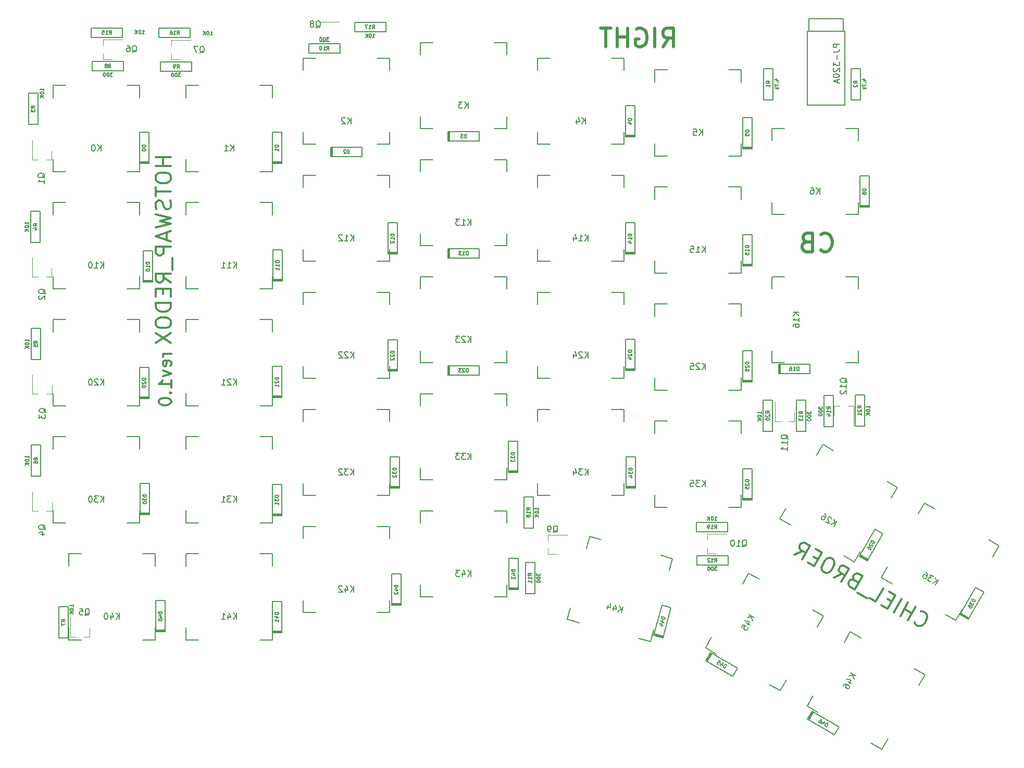
<source format=gbo>
G04 #@! TF.GenerationSoftware,KiCad,Pcbnew,(5.1.5)-3*
G04 #@! TF.CreationDate,2020-03-08T16:10:47+01:00*
G04 #@! TF.ProjectId,redox_hotswap_led,7265646f-785f-4686-9f74-737761705f6c,1.0*
G04 #@! TF.SameCoordinates,Original*
G04 #@! TF.FileFunction,Legend,Bot*
G04 #@! TF.FilePolarity,Positive*
%FSLAX46Y46*%
G04 Gerber Fmt 4.6, Leading zero omitted, Abs format (unit mm)*
G04 Created by KiCad (PCBNEW (5.1.5)-3) date 2020-03-08 16:10:47*
%MOMM*%
%LPD*%
G04 APERTURE LIST*
%ADD10C,0.300000*%
%ADD11C,0.500000*%
%ADD12C,0.150000*%
%ADD13C,0.120000*%
G04 APERTURE END LIST*
D10*
X224411169Y-147015070D02*
X224454743Y-147177692D01*
X224704514Y-147459362D01*
X224910711Y-147578409D01*
X225279529Y-147653882D01*
X225604774Y-147566733D01*
X225826919Y-147420061D01*
X226168113Y-147067191D01*
X226346684Y-146757897D01*
X226481681Y-146285980D01*
X226497631Y-146020260D01*
X226410482Y-145695015D01*
X226160711Y-145413346D01*
X225954514Y-145294298D01*
X225585696Y-145218825D01*
X225423074Y-145262399D01*
X223364237Y-146685552D02*
X224614237Y-144520489D01*
X224018999Y-145551471D02*
X222781820Y-144837185D01*
X222127058Y-145971266D02*
X223377058Y-143806203D01*
X221096075Y-145376028D02*
X222346075Y-143210965D01*
X220719854Y-143646709D02*
X219998167Y-143230043D01*
X219034110Y-144185552D02*
X220065093Y-144780790D01*
X221315093Y-142615727D01*
X220284110Y-142020489D01*
X217075243Y-143054600D02*
X218106226Y-143649838D01*
X219356226Y-141484774D01*
X216749999Y-143141749D02*
X215100427Y-142189368D01*
X214637057Y-140134804D02*
X214268238Y-140059331D01*
X214105616Y-140102906D01*
X213883470Y-140249578D01*
X213704899Y-140558873D01*
X213688950Y-140824594D01*
X213732524Y-140987216D01*
X213879197Y-141209362D01*
X214703983Y-141685552D01*
X215953983Y-139520489D01*
X215232295Y-139103822D01*
X214966575Y-139087873D01*
X214803953Y-139131447D01*
X214581807Y-139278120D01*
X214462759Y-139484316D01*
X214446810Y-139750037D01*
X214490384Y-139912659D01*
X214637057Y-140134804D01*
X215358745Y-140551471D01*
X211301740Y-139721266D02*
X212618666Y-139106950D01*
X212538919Y-140435552D02*
X213788919Y-138270489D01*
X212964133Y-137794298D01*
X212698413Y-137778349D01*
X212535791Y-137821923D01*
X212313645Y-137968596D01*
X212135074Y-138277891D01*
X212119124Y-138543611D01*
X212162699Y-138706233D01*
X212309371Y-138928379D01*
X213134157Y-139404569D01*
X211211463Y-136782393D02*
X210799070Y-136544298D01*
X210533349Y-136528349D01*
X210208105Y-136615498D01*
X209866912Y-136968367D01*
X209450245Y-137690055D01*
X209315248Y-138161972D01*
X209402397Y-138487216D01*
X209549070Y-138709362D01*
X209961463Y-138947457D01*
X210227183Y-138963406D01*
X210552427Y-138876257D01*
X210893621Y-138523388D01*
X211310287Y-137801700D01*
X211445284Y-137329783D01*
X211358136Y-137004539D01*
X211211463Y-136782393D01*
X208760456Y-136741947D02*
X208038768Y-136325281D01*
X207074711Y-137280790D02*
X208105694Y-137876028D01*
X209355694Y-135710965D01*
X208324711Y-135115727D01*
X204909648Y-136030790D02*
X206226574Y-135416474D01*
X206146827Y-136745076D02*
X207396827Y-134580012D01*
X206572041Y-134103822D01*
X206306321Y-134087873D01*
X206143699Y-134131447D01*
X205921553Y-134278120D01*
X205742981Y-134587414D01*
X205727032Y-134853135D01*
X205770606Y-135015757D01*
X205917279Y-135237903D01*
X206742065Y-135714093D01*
D11*
X209168928Y-86415428D02*
X209311785Y-86558285D01*
X209740357Y-86701142D01*
X210026071Y-86701142D01*
X210454642Y-86558285D01*
X210740357Y-86272571D01*
X210883214Y-85986857D01*
X211026071Y-85415428D01*
X211026071Y-84986857D01*
X210883214Y-84415428D01*
X210740357Y-84129714D01*
X210454642Y-83844000D01*
X210026071Y-83701142D01*
X209740357Y-83701142D01*
X209311785Y-83844000D01*
X209168928Y-83986857D01*
X206883214Y-85129714D02*
X206454642Y-85272571D01*
X206311785Y-85415428D01*
X206168928Y-85701142D01*
X206168928Y-86129714D01*
X206311785Y-86415428D01*
X206454642Y-86558285D01*
X206740357Y-86701142D01*
X207883214Y-86701142D01*
X207883214Y-83701142D01*
X206883214Y-83701142D01*
X206597500Y-83844000D01*
X206454642Y-83986857D01*
X206311785Y-84272571D01*
X206311785Y-84558285D01*
X206454642Y-84844000D01*
X206597500Y-84986857D01*
X206883214Y-85129714D01*
X207883214Y-85129714D01*
D10*
X103584261Y-103299142D02*
X102250928Y-103299142D01*
X102631880Y-103299142D02*
X102441404Y-103394380D01*
X102346166Y-103489619D01*
X102250928Y-103680095D01*
X102250928Y-103870571D01*
X103489023Y-105299142D02*
X103584261Y-105108666D01*
X103584261Y-104727714D01*
X103489023Y-104537238D01*
X103298547Y-104441999D01*
X102536642Y-104441999D01*
X102346166Y-104537238D01*
X102250928Y-104727714D01*
X102250928Y-105108666D01*
X102346166Y-105299142D01*
X102536642Y-105394380D01*
X102727119Y-105394380D01*
X102917595Y-104441999D01*
X102250928Y-106061047D02*
X103584261Y-106537238D01*
X102250928Y-107013428D01*
X103584261Y-108822952D02*
X103584261Y-107680095D01*
X103584261Y-108251523D02*
X101584261Y-108251523D01*
X101869976Y-108061047D01*
X102060452Y-107870571D01*
X102155690Y-107680095D01*
X103393785Y-109680095D02*
X103489023Y-109775333D01*
X103584261Y-109680095D01*
X103489023Y-109584857D01*
X103393785Y-109680095D01*
X103584261Y-109680095D01*
X101584261Y-111013428D02*
X101584261Y-111203904D01*
X101679500Y-111394380D01*
X101774738Y-111489619D01*
X101965214Y-111584857D01*
X102346166Y-111680095D01*
X102822357Y-111680095D01*
X103203309Y-111584857D01*
X103393785Y-111489619D01*
X103489023Y-111394380D01*
X103584261Y-111203904D01*
X103584261Y-111013428D01*
X103489023Y-110822952D01*
X103393785Y-110727714D01*
X103203309Y-110632476D01*
X102822357Y-110537238D01*
X102346166Y-110537238D01*
X101965214Y-110632476D01*
X101774738Y-110727714D01*
X101679500Y-110822952D01*
X101584261Y-111013428D01*
X103556452Y-71360000D02*
X101056452Y-71360000D01*
X102246928Y-71360000D02*
X102246928Y-72788571D01*
X103556452Y-72788571D02*
X101056452Y-72788571D01*
X101056452Y-74455238D02*
X101056452Y-74931428D01*
X101175500Y-75169523D01*
X101413595Y-75407619D01*
X101889785Y-75526666D01*
X102723119Y-75526666D01*
X103199309Y-75407619D01*
X103437404Y-75169523D01*
X103556452Y-74931428D01*
X103556452Y-74455238D01*
X103437404Y-74217142D01*
X103199309Y-73979047D01*
X102723119Y-73860000D01*
X101889785Y-73860000D01*
X101413595Y-73979047D01*
X101175500Y-74217142D01*
X101056452Y-74455238D01*
X101056452Y-76240952D02*
X101056452Y-77669523D01*
X103556452Y-76955238D02*
X101056452Y-76955238D01*
X103437404Y-78383809D02*
X103556452Y-78740952D01*
X103556452Y-79336190D01*
X103437404Y-79574285D01*
X103318357Y-79693333D01*
X103080261Y-79812380D01*
X102842166Y-79812380D01*
X102604071Y-79693333D01*
X102485023Y-79574285D01*
X102365976Y-79336190D01*
X102246928Y-78860000D01*
X102127880Y-78621904D01*
X102008833Y-78502857D01*
X101770738Y-78383809D01*
X101532642Y-78383809D01*
X101294547Y-78502857D01*
X101175500Y-78621904D01*
X101056452Y-78860000D01*
X101056452Y-79455238D01*
X101175500Y-79812380D01*
X101056452Y-80645714D02*
X103556452Y-81240952D01*
X101770738Y-81717142D01*
X103556452Y-82193333D01*
X101056452Y-82788571D01*
X102842166Y-83621904D02*
X102842166Y-84812380D01*
X103556452Y-83383809D02*
X101056452Y-84217142D01*
X103556452Y-85050476D01*
X103556452Y-85883809D02*
X101056452Y-85883809D01*
X101056452Y-86836190D01*
X101175500Y-87074285D01*
X101294547Y-87193333D01*
X101532642Y-87312380D01*
X101889785Y-87312380D01*
X102127880Y-87193333D01*
X102246928Y-87074285D01*
X102365976Y-86836190D01*
X102365976Y-85883809D01*
X103794547Y-87788571D02*
X103794547Y-89693333D01*
X103556452Y-91717142D02*
X102365976Y-90883809D01*
X103556452Y-90288571D02*
X101056452Y-90288571D01*
X101056452Y-91240952D01*
X101175500Y-91479047D01*
X101294547Y-91598095D01*
X101532642Y-91717142D01*
X101889785Y-91717142D01*
X102127880Y-91598095D01*
X102246928Y-91479047D01*
X102365976Y-91240952D01*
X102365976Y-90288571D01*
X102246928Y-92788571D02*
X102246928Y-93621904D01*
X103556452Y-93979047D02*
X103556452Y-92788571D01*
X101056452Y-92788571D01*
X101056452Y-93979047D01*
X103556452Y-95050476D02*
X101056452Y-95050476D01*
X101056452Y-95645714D01*
X101175500Y-96002857D01*
X101413595Y-96240952D01*
X101651690Y-96360000D01*
X102127880Y-96479047D01*
X102485023Y-96479047D01*
X102961214Y-96360000D01*
X103199309Y-96240952D01*
X103437404Y-96002857D01*
X103556452Y-95645714D01*
X103556452Y-95050476D01*
X101056452Y-98026666D02*
X101056452Y-98502857D01*
X101175500Y-98740952D01*
X101413595Y-98979047D01*
X101889785Y-99098095D01*
X102723119Y-99098095D01*
X103199309Y-98979047D01*
X103437404Y-98740952D01*
X103556452Y-98502857D01*
X103556452Y-98026666D01*
X103437404Y-97788571D01*
X103199309Y-97550476D01*
X102723119Y-97431428D01*
X101889785Y-97431428D01*
X101413595Y-97550476D01*
X101175500Y-97788571D01*
X101056452Y-98026666D01*
X101056452Y-99931428D02*
X103556452Y-101598095D01*
X101056452Y-101598095D02*
X103556452Y-99931428D01*
D11*
X183514500Y-53363642D02*
X184514500Y-51935071D01*
X185228785Y-53363642D02*
X185228785Y-50363642D01*
X184085928Y-50363642D01*
X183800214Y-50506500D01*
X183657357Y-50649357D01*
X183514500Y-50935071D01*
X183514500Y-51363642D01*
X183657357Y-51649357D01*
X183800214Y-51792214D01*
X184085928Y-51935071D01*
X185228785Y-51935071D01*
X182228785Y-53363642D02*
X182228785Y-50363642D01*
X179228785Y-50506500D02*
X179514500Y-50363642D01*
X179943071Y-50363642D01*
X180371642Y-50506500D01*
X180657357Y-50792214D01*
X180800214Y-51077928D01*
X180943071Y-51649357D01*
X180943071Y-52077928D01*
X180800214Y-52649357D01*
X180657357Y-52935071D01*
X180371642Y-53220785D01*
X179943071Y-53363642D01*
X179657357Y-53363642D01*
X179228785Y-53220785D01*
X179085928Y-53077928D01*
X179085928Y-52077928D01*
X179657357Y-52077928D01*
X177800214Y-53363642D02*
X177800214Y-50363642D01*
X177800214Y-51792214D02*
X176085928Y-51792214D01*
X176085928Y-53363642D02*
X176085928Y-50363642D01*
X175085928Y-50363642D02*
X173371642Y-50363642D01*
X174228785Y-53363642D02*
X174228785Y-50363642D01*
D12*
X213972822Y-148552822D02*
X212972822Y-150284873D01*
X219097178Y-167677178D02*
X217365127Y-166677178D01*
X220097178Y-165945127D02*
X219097178Y-167677178D01*
X207972822Y-158945127D02*
X206972822Y-160677178D01*
X224365127Y-154552822D02*
X226097178Y-155552822D01*
X215704873Y-149552822D02*
X213972822Y-148552822D01*
X226097178Y-155552822D02*
X225097178Y-157284873D01*
X206972822Y-160677178D02*
X208704873Y-161677178D01*
X197462822Y-139027822D02*
X196462822Y-140759873D01*
X202587178Y-158152178D02*
X200855127Y-157152178D01*
X203587178Y-156420127D02*
X202587178Y-158152178D01*
X191462822Y-149420127D02*
X190462822Y-151152178D01*
X207855127Y-145027822D02*
X209587178Y-146027822D01*
X199194873Y-140027822D02*
X197462822Y-139027822D01*
X209587178Y-146027822D02*
X208587178Y-147759873D01*
X190462822Y-151152178D02*
X192194873Y-152152178D01*
X144130000Y-130890000D02*
X144130000Y-128890000D01*
X144130000Y-128890000D02*
X146130000Y-128890000D01*
X156130000Y-128890000D02*
X158130000Y-128890000D01*
X158130000Y-128890000D02*
X158130000Y-130890000D01*
X156130000Y-142890000D02*
X158130000Y-142890000D01*
X158130000Y-142890000D02*
X158130000Y-140890000D01*
X144130000Y-142890000D02*
X146130000Y-142890000D01*
X144130000Y-140890000D02*
X144130000Y-142890000D01*
X125080000Y-133430000D02*
X125080000Y-131430000D01*
X125080000Y-131430000D02*
X127080000Y-131430000D01*
X137080000Y-131430000D02*
X139080000Y-131430000D01*
X139080000Y-131430000D02*
X139080000Y-133430000D01*
X137080000Y-145430000D02*
X139080000Y-145430000D01*
X139080000Y-145430000D02*
X139080000Y-143430000D01*
X125080000Y-145430000D02*
X127080000Y-145430000D01*
X125080000Y-143430000D02*
X125080000Y-145430000D01*
X106030000Y-137875000D02*
X106030000Y-135875000D01*
X106030000Y-135875000D02*
X108030000Y-135875000D01*
X118030000Y-135875000D02*
X120030000Y-135875000D01*
X120030000Y-135875000D02*
X120030000Y-137875000D01*
X118030000Y-149875000D02*
X120030000Y-149875000D01*
X120030000Y-149875000D02*
X120030000Y-147875000D01*
X106030000Y-149875000D02*
X108030000Y-149875000D01*
X106030000Y-147875000D02*
X106030000Y-149875000D01*
X86980000Y-137875000D02*
X86980000Y-135875000D01*
X86980000Y-135875000D02*
X88980000Y-135875000D01*
X98980000Y-135875000D02*
X100980000Y-135875000D01*
X100980000Y-135875000D02*
X100980000Y-137875000D01*
X98980000Y-149875000D02*
X100980000Y-149875000D01*
X100980000Y-149875000D02*
X100980000Y-147875000D01*
X86980000Y-149875000D02*
X88980000Y-149875000D01*
X86980000Y-147875000D02*
X86980000Y-149875000D01*
X225037822Y-129329873D02*
X226037822Y-127597822D01*
X226037822Y-127597822D02*
X227769873Y-128597822D01*
X236430127Y-133597822D02*
X238162178Y-134597822D01*
X238162178Y-134597822D02*
X237162178Y-136329873D01*
X229430127Y-145722178D02*
X231162178Y-146722178D01*
X231162178Y-146722178D02*
X232162178Y-144990127D01*
X219037822Y-139722178D02*
X220769873Y-140722178D01*
X220037822Y-137990127D02*
X219037822Y-139722178D01*
X182230000Y-116285000D02*
X182230000Y-114285000D01*
X182230000Y-114285000D02*
X184230000Y-114285000D01*
X194230000Y-114285000D02*
X196230000Y-114285000D01*
X196230000Y-114285000D02*
X196230000Y-116285000D01*
X194230000Y-128285000D02*
X196230000Y-128285000D01*
X196230000Y-128285000D02*
X196230000Y-126285000D01*
X182230000Y-128285000D02*
X184230000Y-128285000D01*
X182230000Y-126285000D02*
X182230000Y-128285000D01*
X163180000Y-114380000D02*
X163180000Y-112380000D01*
X163180000Y-112380000D02*
X165180000Y-112380000D01*
X175180000Y-112380000D02*
X177180000Y-112380000D01*
X177180000Y-112380000D02*
X177180000Y-114380000D01*
X175180000Y-126380000D02*
X177180000Y-126380000D01*
X177180000Y-126380000D02*
X177180000Y-124380000D01*
X163180000Y-126380000D02*
X165180000Y-126380000D01*
X163180000Y-124380000D02*
X163180000Y-126380000D01*
X144130000Y-111840000D02*
X144130000Y-109840000D01*
X144130000Y-109840000D02*
X146130000Y-109840000D01*
X156130000Y-109840000D02*
X158130000Y-109840000D01*
X158130000Y-109840000D02*
X158130000Y-111840000D01*
X156130000Y-123840000D02*
X158130000Y-123840000D01*
X158130000Y-123840000D02*
X158130000Y-121840000D01*
X144130000Y-123840000D02*
X146130000Y-123840000D01*
X144130000Y-121840000D02*
X144130000Y-123840000D01*
X125080000Y-114380000D02*
X125080000Y-112380000D01*
X125080000Y-112380000D02*
X127080000Y-112380000D01*
X137080000Y-112380000D02*
X139080000Y-112380000D01*
X139080000Y-112380000D02*
X139080000Y-114380000D01*
X137080000Y-126380000D02*
X139080000Y-126380000D01*
X139080000Y-126380000D02*
X139080000Y-124380000D01*
X125080000Y-126380000D02*
X127080000Y-126380000D01*
X125080000Y-124380000D02*
X125080000Y-126380000D01*
X106030000Y-118825000D02*
X106030000Y-116825000D01*
X106030000Y-116825000D02*
X108030000Y-116825000D01*
X118030000Y-116825000D02*
X120030000Y-116825000D01*
X120030000Y-116825000D02*
X120030000Y-118825000D01*
X118030000Y-130825000D02*
X120030000Y-130825000D01*
X120030000Y-130825000D02*
X120030000Y-128825000D01*
X106030000Y-130825000D02*
X108030000Y-130825000D01*
X106030000Y-128825000D02*
X106030000Y-130825000D01*
X208527822Y-119804873D02*
X209527822Y-118072822D01*
X209527822Y-118072822D02*
X211259873Y-119072822D01*
X219920127Y-124072822D02*
X221652178Y-125072822D01*
X221652178Y-125072822D02*
X220652178Y-126804873D01*
X212920127Y-136197178D02*
X214652178Y-137197178D01*
X214652178Y-137197178D02*
X215652178Y-135465127D01*
X202527822Y-130197178D02*
X204259873Y-131197178D01*
X203527822Y-128465127D02*
X202527822Y-130197178D01*
X182230000Y-97235000D02*
X182230000Y-95235000D01*
X182230000Y-95235000D02*
X184230000Y-95235000D01*
X194230000Y-95235000D02*
X196230000Y-95235000D01*
X196230000Y-95235000D02*
X196230000Y-97235000D01*
X194230000Y-109235000D02*
X196230000Y-109235000D01*
X196230000Y-109235000D02*
X196230000Y-107235000D01*
X182230000Y-109235000D02*
X184230000Y-109235000D01*
X182230000Y-107235000D02*
X182230000Y-109235000D01*
X163180000Y-95330000D02*
X163180000Y-93330000D01*
X163180000Y-93330000D02*
X165180000Y-93330000D01*
X175180000Y-93330000D02*
X177180000Y-93330000D01*
X177180000Y-93330000D02*
X177180000Y-95330000D01*
X175180000Y-107330000D02*
X177180000Y-107330000D01*
X177180000Y-107330000D02*
X177180000Y-105330000D01*
X163180000Y-107330000D02*
X165180000Y-107330000D01*
X163180000Y-105330000D02*
X163180000Y-107330000D01*
X144130000Y-104790000D02*
X146130000Y-104790000D01*
X158130000Y-90790000D02*
X158130000Y-92790000D01*
X156130000Y-90790000D02*
X158130000Y-90790000D01*
X156130000Y-104790000D02*
X158130000Y-104790000D01*
X144130000Y-92790000D02*
X144130000Y-90790000D01*
X144130000Y-102790000D02*
X144130000Y-104790000D01*
X144130000Y-90790000D02*
X146130000Y-90790000D01*
X158130000Y-104790000D02*
X158130000Y-102790000D01*
X125080000Y-95330000D02*
X125080000Y-93330000D01*
X125080000Y-93330000D02*
X127080000Y-93330000D01*
X137080000Y-93330000D02*
X139080000Y-93330000D01*
X139080000Y-93330000D02*
X139080000Y-95330000D01*
X137080000Y-107330000D02*
X139080000Y-107330000D01*
X139080000Y-107330000D02*
X139080000Y-105330000D01*
X125080000Y-107330000D02*
X127080000Y-107330000D01*
X125080000Y-105330000D02*
X125080000Y-107330000D01*
X106030000Y-99775000D02*
X106030000Y-97775000D01*
X106030000Y-97775000D02*
X108030000Y-97775000D01*
X118030000Y-97775000D02*
X120030000Y-97775000D01*
X120030000Y-97775000D02*
X120030000Y-99775000D01*
X118030000Y-111775000D02*
X120030000Y-111775000D01*
X120030000Y-111775000D02*
X120030000Y-109775000D01*
X106030000Y-111775000D02*
X108030000Y-111775000D01*
X106030000Y-109775000D02*
X106030000Y-111775000D01*
X201280000Y-90790000D02*
X201280000Y-92790000D01*
X215280000Y-104790000D02*
X213280000Y-104790000D01*
X215280000Y-102790000D02*
X215280000Y-104790000D01*
X201280000Y-102790000D02*
X201280000Y-104790000D01*
X213280000Y-90790000D02*
X215280000Y-90790000D01*
X203280000Y-90790000D02*
X201280000Y-90790000D01*
X215280000Y-90790000D02*
X215280000Y-92790000D01*
X201280000Y-104790000D02*
X203280000Y-104790000D01*
X182230000Y-78185000D02*
X182230000Y-76185000D01*
X182230000Y-76185000D02*
X184230000Y-76185000D01*
X194230000Y-76185000D02*
X196230000Y-76185000D01*
X196230000Y-76185000D02*
X196230000Y-78185000D01*
X194230000Y-90185000D02*
X196230000Y-90185000D01*
X196230000Y-90185000D02*
X196230000Y-88185000D01*
X182230000Y-90185000D02*
X184230000Y-90185000D01*
X182230000Y-88185000D02*
X182230000Y-90185000D01*
X163180000Y-76280000D02*
X163180000Y-74280000D01*
X163180000Y-74280000D02*
X165180000Y-74280000D01*
X175180000Y-74280000D02*
X177180000Y-74280000D01*
X177180000Y-74280000D02*
X177180000Y-76280000D01*
X175180000Y-88280000D02*
X177180000Y-88280000D01*
X177180000Y-88280000D02*
X177180000Y-86280000D01*
X163180000Y-88280000D02*
X165180000Y-88280000D01*
X163180000Y-86280000D02*
X163180000Y-88280000D01*
X144130000Y-85740000D02*
X146130000Y-85740000D01*
X158130000Y-71740000D02*
X158130000Y-73740000D01*
X156130000Y-71740000D02*
X158130000Y-71740000D01*
X156130000Y-85740000D02*
X158130000Y-85740000D01*
X144130000Y-73740000D02*
X144130000Y-71740000D01*
X144130000Y-83740000D02*
X144130000Y-85740000D01*
X144130000Y-71740000D02*
X146130000Y-71740000D01*
X158130000Y-85740000D02*
X158130000Y-83740000D01*
X125080000Y-76280000D02*
X125080000Y-74280000D01*
X125080000Y-74280000D02*
X127080000Y-74280000D01*
X137080000Y-74280000D02*
X139080000Y-74280000D01*
X139080000Y-74280000D02*
X139080000Y-76280000D01*
X137080000Y-88280000D02*
X139080000Y-88280000D01*
X139080000Y-88280000D02*
X139080000Y-86280000D01*
X125080000Y-88280000D02*
X127080000Y-88280000D01*
X125080000Y-86280000D02*
X125080000Y-88280000D01*
X106030000Y-80725000D02*
X106030000Y-78725000D01*
X106030000Y-78725000D02*
X108030000Y-78725000D01*
X118030000Y-78725000D02*
X120030000Y-78725000D01*
X120030000Y-78725000D02*
X120030000Y-80725000D01*
X118030000Y-92725000D02*
X120030000Y-92725000D01*
X120030000Y-92725000D02*
X120030000Y-90725000D01*
X106030000Y-92725000D02*
X108030000Y-92725000D01*
X106030000Y-90725000D02*
X106030000Y-92725000D01*
X201280000Y-68660000D02*
X201280000Y-66660000D01*
X201280000Y-66660000D02*
X203280000Y-66660000D01*
X213280000Y-66660000D02*
X215280000Y-66660000D01*
X215280000Y-66660000D02*
X215280000Y-68660000D01*
X213280000Y-80660000D02*
X215280000Y-80660000D01*
X215280000Y-80660000D02*
X215280000Y-78660000D01*
X201280000Y-80660000D02*
X203280000Y-80660000D01*
X201280000Y-78660000D02*
X201280000Y-80660000D01*
X182230000Y-59135000D02*
X182230000Y-57135000D01*
X182230000Y-57135000D02*
X184230000Y-57135000D01*
X194230000Y-57135000D02*
X196230000Y-57135000D01*
X196230000Y-57135000D02*
X196230000Y-59135000D01*
X194230000Y-71135000D02*
X196230000Y-71135000D01*
X196230000Y-71135000D02*
X196230000Y-69135000D01*
X182230000Y-71135000D02*
X184230000Y-71135000D01*
X182230000Y-69135000D02*
X182230000Y-71135000D01*
X163180000Y-57230000D02*
X163180000Y-55230000D01*
X163180000Y-55230000D02*
X165180000Y-55230000D01*
X175180000Y-55230000D02*
X177180000Y-55230000D01*
X177180000Y-55230000D02*
X177180000Y-57230000D01*
X175180000Y-69230000D02*
X177180000Y-69230000D01*
X177180000Y-69230000D02*
X177180000Y-67230000D01*
X163180000Y-69230000D02*
X165180000Y-69230000D01*
X163180000Y-67230000D02*
X163180000Y-69230000D01*
X144130000Y-66690000D02*
X146130000Y-66690000D01*
X158130000Y-52690000D02*
X158130000Y-54690000D01*
X156130000Y-52690000D02*
X158130000Y-52690000D01*
X156130000Y-66690000D02*
X158130000Y-66690000D01*
X144130000Y-54690000D02*
X144130000Y-52690000D01*
X144130000Y-64690000D02*
X144130000Y-66690000D01*
X144130000Y-52690000D02*
X146130000Y-52690000D01*
X158130000Y-66690000D02*
X158130000Y-64690000D01*
X125080000Y-57230000D02*
X125080000Y-55230000D01*
X125080000Y-55230000D02*
X127080000Y-55230000D01*
X137080000Y-55230000D02*
X139080000Y-55230000D01*
X139080000Y-55230000D02*
X139080000Y-57230000D01*
X137080000Y-69230000D02*
X139080000Y-69230000D01*
X139080000Y-69230000D02*
X139080000Y-67230000D01*
X125080000Y-69230000D02*
X127080000Y-69230000D01*
X125080000Y-67230000D02*
X125080000Y-69230000D01*
X106030000Y-61675000D02*
X106030000Y-59675000D01*
X106030000Y-59675000D02*
X108030000Y-59675000D01*
X118030000Y-59675000D02*
X120030000Y-59675000D01*
X120030000Y-59675000D02*
X120030000Y-61675000D01*
X118030000Y-73675000D02*
X120030000Y-73675000D01*
X120030000Y-73675000D02*
X120030000Y-71675000D01*
X106030000Y-73675000D02*
X108030000Y-73675000D01*
X106030000Y-71675000D02*
X106030000Y-73675000D01*
X199898000Y-61976000D02*
X201422000Y-61976000D01*
X201422000Y-61976000D02*
X201422000Y-56896000D01*
X199898000Y-56896000D02*
X199898000Y-61976000D01*
X201422000Y-56896000D02*
X199898000Y-56896000D01*
X214122000Y-61976000D02*
X215646000Y-61976000D01*
X215646000Y-61976000D02*
X215646000Y-56896000D01*
X214122000Y-56896000D02*
X214122000Y-61976000D01*
X215646000Y-56896000D02*
X214122000Y-56896000D01*
X81915000Y-60939000D02*
X80391000Y-60939000D01*
X80391000Y-60939000D02*
X80391000Y-66019000D01*
X81915000Y-66019000D02*
X81915000Y-60939000D01*
X80391000Y-66019000D02*
X81915000Y-66019000D01*
X82296000Y-80104000D02*
X80772000Y-80104000D01*
X80772000Y-80104000D02*
X80772000Y-85184000D01*
X82296000Y-85184000D02*
X82296000Y-80104000D01*
X80772000Y-85184000D02*
X82296000Y-85184000D01*
X82359500Y-99166000D02*
X80835500Y-99166000D01*
X80835500Y-99166000D02*
X80835500Y-104246000D01*
X82359500Y-104246000D02*
X82359500Y-99166000D01*
X80835500Y-104246000D02*
X82359500Y-104246000D01*
X82359500Y-118131000D02*
X80835500Y-118131000D01*
X80835500Y-118131000D02*
X80835500Y-123211000D01*
X82359500Y-123211000D02*
X82359500Y-118131000D01*
X80835500Y-123211000D02*
X82359500Y-123211000D01*
X86868000Y-144493000D02*
X85344000Y-144493000D01*
X85344000Y-144493000D02*
X85344000Y-149573000D01*
X86868000Y-149573000D02*
X86868000Y-144493000D01*
X85344000Y-149573000D02*
X86868000Y-149573000D01*
X90772000Y-55753000D02*
X90772000Y-57277000D01*
X90772000Y-57277000D02*
X95852000Y-57277000D01*
X95852000Y-55753000D02*
X90772000Y-55753000D01*
X95852000Y-57277000D02*
X95852000Y-55753000D01*
X106964500Y-57340500D02*
X106964500Y-55816500D01*
X106964500Y-55816500D02*
X101884500Y-55816500D01*
X101884500Y-57340500D02*
X106964500Y-57340500D01*
X101884500Y-55816500D02*
X101884500Y-57340500D01*
X131031000Y-54356000D02*
X131031000Y-52832000D01*
X131031000Y-52832000D02*
X125951000Y-52832000D01*
X125951000Y-54356000D02*
X131031000Y-54356000D01*
X125951000Y-52832000D02*
X125951000Y-54356000D01*
X161163000Y-142334000D02*
X162687000Y-142334000D01*
X162687000Y-142334000D02*
X162687000Y-137254000D01*
X161163000Y-137254000D02*
X161163000Y-142334000D01*
X162687000Y-137254000D02*
X161163000Y-137254000D01*
X189009000Y-136144000D02*
X189009000Y-137668000D01*
X189009000Y-137668000D02*
X194089000Y-137668000D01*
X194089000Y-136144000D02*
X189009000Y-136144000D01*
X194089000Y-137668000D02*
X194089000Y-136144000D01*
X206756000Y-110904000D02*
X205232000Y-110904000D01*
X205232000Y-110904000D02*
X205232000Y-115984000D01*
X206756000Y-115984000D02*
X206756000Y-110904000D01*
X205232000Y-115984000D02*
X206756000Y-115984000D01*
X209740500Y-115219500D02*
X211264500Y-115219500D01*
X211264500Y-115219500D02*
X211264500Y-110139500D01*
X209740500Y-110139500D02*
X209740500Y-115219500D01*
X211264500Y-110139500D02*
X209740500Y-110139500D01*
X90584000Y-50292000D02*
X90584000Y-51816000D01*
X90584000Y-51816000D02*
X95664000Y-51816000D01*
X95664000Y-50292000D02*
X90584000Y-50292000D01*
X95664000Y-51816000D02*
X95664000Y-50292000D01*
X101630500Y-50355500D02*
X101630500Y-51879500D01*
X101630500Y-51879500D02*
X106710500Y-51879500D01*
X106710500Y-50355500D02*
X101630500Y-50355500D01*
X106710500Y-51879500D02*
X106710500Y-50355500D01*
X133383000Y-49403000D02*
X133383000Y-50927000D01*
X133383000Y-50927000D02*
X138463000Y-50927000D01*
X138463000Y-49403000D02*
X133383000Y-49403000D01*
X138463000Y-50927000D02*
X138463000Y-49403000D01*
X160909000Y-131666000D02*
X162433000Y-131666000D01*
X162433000Y-131666000D02*
X162433000Y-126586000D01*
X160909000Y-126586000D02*
X160909000Y-131666000D01*
X162433000Y-126586000D02*
X160909000Y-126586000D01*
X194077000Y-132284000D02*
X194077000Y-130760000D01*
X194077000Y-130760000D02*
X188997000Y-130760000D01*
X188997000Y-132284000D02*
X194077000Y-132284000D01*
X188997000Y-130760000D02*
X188997000Y-132284000D01*
X199834500Y-115920500D02*
X201358500Y-115920500D01*
X201358500Y-115920500D02*
X201358500Y-110840500D01*
X199834500Y-110840500D02*
X199834500Y-115920500D01*
X201358500Y-110840500D02*
X199834500Y-110840500D01*
X214757000Y-115083000D02*
X216281000Y-115083000D01*
X216281000Y-115083000D02*
X216281000Y-110003000D01*
X214757000Y-110003000D02*
X214757000Y-115083000D01*
X216281000Y-110003000D02*
X214757000Y-110003000D01*
X99949000Y-67289000D02*
X98425000Y-67289000D01*
X98425000Y-72242000D02*
X99949000Y-72242000D01*
X98425000Y-67289000D02*
X98425000Y-72369000D01*
X99949000Y-72115000D02*
X98425000Y-72115000D01*
X99949000Y-72369000D02*
X99949000Y-67289000D01*
X98425000Y-72369000D02*
X99949000Y-72369000D01*
X121539000Y-67277000D02*
X120015000Y-67277000D01*
X120015000Y-72230000D02*
X121539000Y-72230000D01*
X120015000Y-67277000D02*
X120015000Y-72357000D01*
X121539000Y-72103000D02*
X120015000Y-72103000D01*
X121539000Y-72357000D02*
X121539000Y-67277000D01*
X120015000Y-72357000D02*
X121539000Y-72357000D01*
X134620000Y-71247000D02*
X134620000Y-69723000D01*
X129667000Y-69723000D02*
X129667000Y-71247000D01*
X134620000Y-69723000D02*
X129540000Y-69723000D01*
X129794000Y-71247000D02*
X129794000Y-69723000D01*
X129540000Y-71247000D02*
X134620000Y-71247000D01*
X129540000Y-69723000D02*
X129540000Y-71247000D01*
X153670000Y-68707000D02*
X153670000Y-67183000D01*
X148717000Y-67183000D02*
X148717000Y-68707000D01*
X153670000Y-67183000D02*
X148590000Y-67183000D01*
X148844000Y-68707000D02*
X148844000Y-67183000D01*
X148590000Y-68707000D02*
X153670000Y-68707000D01*
X148590000Y-67183000D02*
X148590000Y-68707000D01*
X178943000Y-62959000D02*
X177419000Y-62959000D01*
X177419000Y-67912000D02*
X178943000Y-67912000D01*
X177419000Y-62959000D02*
X177419000Y-68039000D01*
X178943000Y-67785000D02*
X177419000Y-67785000D01*
X178943000Y-68039000D02*
X178943000Y-62959000D01*
X177419000Y-68039000D02*
X178943000Y-68039000D01*
X197993000Y-64864000D02*
X196469000Y-64864000D01*
X196469000Y-69817000D02*
X197993000Y-69817000D01*
X196469000Y-64864000D02*
X196469000Y-69944000D01*
X197993000Y-69690000D02*
X196469000Y-69690000D01*
X197993000Y-69944000D02*
X197993000Y-64864000D01*
X196469000Y-69944000D02*
X197993000Y-69944000D01*
X217043000Y-74389000D02*
X215519000Y-74389000D01*
X215519000Y-79342000D02*
X217043000Y-79342000D01*
X215519000Y-74389000D02*
X215519000Y-79469000D01*
X217043000Y-79215000D02*
X215519000Y-79215000D01*
X217043000Y-79469000D02*
X217043000Y-74389000D01*
X215519000Y-79469000D02*
X217043000Y-79469000D01*
X100584000Y-86581000D02*
X99060000Y-86581000D01*
X99060000Y-91534000D02*
X100584000Y-91534000D01*
X99060000Y-86581000D02*
X99060000Y-91661000D01*
X100584000Y-91407000D02*
X99060000Y-91407000D01*
X100584000Y-91661000D02*
X100584000Y-86581000D01*
X99060000Y-91661000D02*
X100584000Y-91661000D01*
X121666000Y-86393000D02*
X120142000Y-86393000D01*
X120142000Y-91346000D02*
X121666000Y-91346000D01*
X120142000Y-86393000D02*
X120142000Y-91473000D01*
X121666000Y-91219000D02*
X120142000Y-91219000D01*
X121666000Y-91473000D02*
X121666000Y-86393000D01*
X120142000Y-91473000D02*
X121666000Y-91473000D01*
X140335000Y-82009000D02*
X138811000Y-82009000D01*
X138811000Y-86962000D02*
X140335000Y-86962000D01*
X138811000Y-82009000D02*
X138811000Y-87089000D01*
X140335000Y-86835000D02*
X138811000Y-86835000D01*
X140335000Y-87089000D02*
X140335000Y-82009000D01*
X138811000Y-87089000D02*
X140335000Y-87089000D01*
X153670000Y-87757000D02*
X153670000Y-86233000D01*
X148717000Y-86233000D02*
X148717000Y-87757000D01*
X153670000Y-86233000D02*
X148590000Y-86233000D01*
X148844000Y-87757000D02*
X148844000Y-86233000D01*
X148590000Y-87757000D02*
X153670000Y-87757000D01*
X148590000Y-86233000D02*
X148590000Y-87757000D01*
X178943000Y-82021000D02*
X177419000Y-82021000D01*
X177419000Y-86974000D02*
X178943000Y-86974000D01*
X177419000Y-82021000D02*
X177419000Y-87101000D01*
X178943000Y-86847000D02*
X177419000Y-86847000D01*
X178943000Y-87101000D02*
X178943000Y-82021000D01*
X177419000Y-87101000D02*
X178943000Y-87101000D01*
X197993000Y-83926000D02*
X196469000Y-83926000D01*
X196469000Y-88879000D02*
X197993000Y-88879000D01*
X196469000Y-83926000D02*
X196469000Y-89006000D01*
X197993000Y-88752000D02*
X196469000Y-88752000D01*
X197993000Y-89006000D02*
X197993000Y-83926000D01*
X196469000Y-89006000D02*
X197993000Y-89006000D01*
X207424000Y-106553000D02*
X207424000Y-105029000D01*
X202471000Y-105029000D02*
X202471000Y-106553000D01*
X207424000Y-105029000D02*
X202344000Y-105029000D01*
X202598000Y-106553000D02*
X202598000Y-105029000D01*
X202344000Y-106553000D02*
X207424000Y-106553000D01*
X202344000Y-105029000D02*
X202344000Y-106553000D01*
X99949000Y-105504000D02*
X98425000Y-105504000D01*
X98425000Y-110457000D02*
X99949000Y-110457000D01*
X98425000Y-105504000D02*
X98425000Y-110584000D01*
X99949000Y-110330000D02*
X98425000Y-110330000D01*
X99949000Y-110584000D02*
X99949000Y-105504000D01*
X98425000Y-110584000D02*
X99949000Y-110584000D01*
X121539000Y-105377000D02*
X120015000Y-105377000D01*
X120015000Y-110330000D02*
X121539000Y-110330000D01*
X120015000Y-105377000D02*
X120015000Y-110457000D01*
X121539000Y-110203000D02*
X120015000Y-110203000D01*
X121539000Y-110457000D02*
X121539000Y-105377000D01*
X120015000Y-110457000D02*
X121539000Y-110457000D01*
X140335000Y-101071000D02*
X138811000Y-101071000D01*
X138811000Y-106024000D02*
X140335000Y-106024000D01*
X138811000Y-101071000D02*
X138811000Y-106151000D01*
X140335000Y-105897000D02*
X138811000Y-105897000D01*
X140335000Y-106151000D02*
X140335000Y-101071000D01*
X138811000Y-106151000D02*
X140335000Y-106151000D01*
X153670000Y-106807000D02*
X153670000Y-105283000D01*
X148717000Y-105283000D02*
X148717000Y-106807000D01*
X153670000Y-105283000D02*
X148590000Y-105283000D01*
X148844000Y-106807000D02*
X148844000Y-105283000D01*
X148590000Y-106807000D02*
X153670000Y-106807000D01*
X148590000Y-105283000D02*
X148590000Y-106807000D01*
X178943000Y-100944000D02*
X177419000Y-100944000D01*
X177419000Y-105897000D02*
X178943000Y-105897000D01*
X177419000Y-100944000D02*
X177419000Y-106024000D01*
X178943000Y-105770000D02*
X177419000Y-105770000D01*
X178943000Y-106024000D02*
X178943000Y-100944000D01*
X177419000Y-106024000D02*
X178943000Y-106024000D01*
X197993000Y-102849000D02*
X196469000Y-102849000D01*
X196469000Y-107802000D02*
X197993000Y-107802000D01*
X196469000Y-102849000D02*
X196469000Y-107929000D01*
X197993000Y-107675000D02*
X196469000Y-107675000D01*
X197993000Y-107929000D02*
X197993000Y-102849000D01*
X196469000Y-107929000D02*
X197993000Y-107929000D01*
X219306911Y-132622026D02*
X217987089Y-131860026D01*
X215510589Y-136149450D02*
X216830411Y-136911450D01*
X217987089Y-131860026D02*
X215447089Y-136259436D01*
X216893911Y-136801465D02*
X215574089Y-136039465D01*
X216766911Y-137021436D02*
X219306911Y-132622026D01*
X215447089Y-136259436D02*
X216766911Y-137021436D01*
X100076000Y-124427000D02*
X98552000Y-124427000D01*
X98552000Y-129380000D02*
X100076000Y-129380000D01*
X98552000Y-124427000D02*
X98552000Y-129507000D01*
X100076000Y-129253000D02*
X98552000Y-129253000D01*
X100076000Y-129507000D02*
X100076000Y-124427000D01*
X98552000Y-129507000D02*
X100076000Y-129507000D01*
X121539000Y-124554000D02*
X120015000Y-124554000D01*
X120015000Y-129507000D02*
X121539000Y-129507000D01*
X120015000Y-124554000D02*
X120015000Y-129634000D01*
X121539000Y-129380000D02*
X120015000Y-129380000D01*
X121539000Y-129634000D02*
X121539000Y-124554000D01*
X120015000Y-129634000D02*
X121539000Y-129634000D01*
X140716000Y-120121000D02*
X139192000Y-120121000D01*
X139192000Y-125074000D02*
X140716000Y-125074000D01*
X139192000Y-120121000D02*
X139192000Y-125201000D01*
X140716000Y-124947000D02*
X139192000Y-124947000D01*
X140716000Y-125201000D02*
X140716000Y-120121000D01*
X139192000Y-125201000D02*
X140716000Y-125201000D01*
X159893000Y-117581000D02*
X158369000Y-117581000D01*
X158369000Y-122534000D02*
X159893000Y-122534000D01*
X158369000Y-117581000D02*
X158369000Y-122661000D01*
X159893000Y-122407000D02*
X158369000Y-122407000D01*
X159893000Y-122661000D02*
X159893000Y-117581000D01*
X158369000Y-122661000D02*
X159893000Y-122661000D01*
X179070000Y-120121000D02*
X177546000Y-120121000D01*
X177546000Y-125074000D02*
X179070000Y-125074000D01*
X177546000Y-120121000D02*
X177546000Y-125201000D01*
X179070000Y-124947000D02*
X177546000Y-124947000D01*
X179070000Y-125201000D02*
X179070000Y-120121000D01*
X177546000Y-125201000D02*
X179070000Y-125201000D01*
X197993000Y-122026000D02*
X196469000Y-122026000D01*
X196469000Y-126979000D02*
X197993000Y-126979000D01*
X196469000Y-122026000D02*
X196469000Y-127106000D01*
X197993000Y-126852000D02*
X196469000Y-126852000D01*
X197993000Y-127106000D02*
X197993000Y-122026000D01*
X196469000Y-127106000D02*
X197993000Y-127106000D01*
X235689911Y-142147026D02*
X234370089Y-141385026D01*
X231893589Y-145674450D02*
X233213411Y-146436450D01*
X234370089Y-141385026D02*
X231830089Y-145784436D01*
X233276911Y-146326465D02*
X231957089Y-145564465D01*
X233149911Y-146546436D02*
X235689911Y-142147026D01*
X231830089Y-145784436D02*
X233149911Y-146546436D01*
X102616000Y-143477000D02*
X101092000Y-143477000D01*
X101092000Y-148430000D02*
X102616000Y-148430000D01*
X101092000Y-143477000D02*
X101092000Y-148557000D01*
X102616000Y-148303000D02*
X101092000Y-148303000D01*
X102616000Y-148557000D02*
X102616000Y-143477000D01*
X101092000Y-148557000D02*
X102616000Y-148557000D01*
X121539000Y-143616000D02*
X120015000Y-143616000D01*
X120015000Y-148569000D02*
X121539000Y-148569000D01*
X120015000Y-143616000D02*
X120015000Y-148696000D01*
X121539000Y-148442000D02*
X120015000Y-148442000D01*
X121539000Y-148696000D02*
X121539000Y-143616000D01*
X120015000Y-148696000D02*
X121539000Y-148696000D01*
X140970000Y-139159000D02*
X139446000Y-139159000D01*
X139446000Y-144112000D02*
X140970000Y-144112000D01*
X139446000Y-139159000D02*
X139446000Y-144239000D01*
X140970000Y-143985000D02*
X139446000Y-143985000D01*
X140970000Y-144239000D02*
X140970000Y-139159000D01*
X139446000Y-144239000D02*
X140970000Y-144239000D01*
X160020000Y-136619000D02*
X158496000Y-136619000D01*
X158496000Y-141572000D02*
X160020000Y-141572000D01*
X158496000Y-136619000D02*
X158496000Y-141699000D01*
X160020000Y-141445000D02*
X158496000Y-141445000D01*
X160020000Y-141699000D02*
X160020000Y-136619000D01*
X158496000Y-141699000D02*
X160020000Y-141699000D01*
X184845247Y-144614769D02*
X183373176Y-144220328D01*
X182091245Y-149004559D02*
X183563316Y-149398999D01*
X183373176Y-144220328D02*
X182058375Y-149127231D01*
X183596186Y-149276327D02*
X182124115Y-148881886D01*
X183530446Y-149521672D02*
X184845247Y-144614769D01*
X182058375Y-149127231D02*
X183530446Y-149521672D01*
X194910974Y-155806911D02*
X195672974Y-154487089D01*
X191383550Y-152010589D02*
X190621550Y-153330411D01*
X195672974Y-154487089D02*
X191273564Y-151947089D01*
X190731535Y-153393911D02*
X191493535Y-152074089D01*
X190511564Y-153266911D02*
X194910974Y-155806911D01*
X191273564Y-151947089D02*
X190511564Y-153266911D01*
X211420974Y-165331911D02*
X212182974Y-164012089D01*
X207893550Y-161535589D02*
X207131550Y-162855411D01*
X212182974Y-164012089D02*
X207783564Y-161472089D01*
X207241535Y-162918911D02*
X208003535Y-161599089D01*
X207021564Y-162791911D02*
X211420974Y-165331911D01*
X207783564Y-161472089D02*
X207021564Y-162791911D01*
X84440000Y-73675000D02*
X86440000Y-73675000D01*
X98440000Y-59675000D02*
X98440000Y-61675000D01*
X96440000Y-59675000D02*
X98440000Y-59675000D01*
X96440000Y-73675000D02*
X98440000Y-73675000D01*
X84440000Y-61675000D02*
X84440000Y-59675000D01*
X84440000Y-71675000D02*
X84440000Y-73675000D01*
X84440000Y-59675000D02*
X86440000Y-59675000D01*
X98440000Y-73675000D02*
X98440000Y-71675000D01*
X84440000Y-92725000D02*
X86440000Y-92725000D01*
X98440000Y-78725000D02*
X98440000Y-80725000D01*
X96440000Y-78725000D02*
X98440000Y-78725000D01*
X96440000Y-92725000D02*
X98440000Y-92725000D01*
X84440000Y-80725000D02*
X84440000Y-78725000D01*
X84440000Y-90725000D02*
X84440000Y-92725000D01*
X84440000Y-78725000D02*
X86440000Y-78725000D01*
X98440000Y-92725000D02*
X98440000Y-90725000D01*
X84440000Y-111775000D02*
X86440000Y-111775000D01*
X98440000Y-97775000D02*
X98440000Y-99775000D01*
X96440000Y-97775000D02*
X98440000Y-97775000D01*
X96440000Y-111775000D02*
X98440000Y-111775000D01*
X84440000Y-99775000D02*
X84440000Y-97775000D01*
X84440000Y-109775000D02*
X84440000Y-111775000D01*
X84440000Y-97775000D02*
X86440000Y-97775000D01*
X98440000Y-111775000D02*
X98440000Y-109775000D01*
X84440000Y-130825000D02*
X86440000Y-130825000D01*
X98440000Y-116825000D02*
X98440000Y-118825000D01*
X96440000Y-116825000D02*
X98440000Y-116825000D01*
X96440000Y-130825000D02*
X98440000Y-130825000D01*
X84440000Y-118825000D02*
X84440000Y-116825000D01*
X84440000Y-128825000D02*
X84440000Y-130825000D01*
X84440000Y-116825000D02*
X86440000Y-116825000D01*
X98440000Y-130825000D02*
X98440000Y-128825000D01*
X167956786Y-146554747D02*
X169888638Y-147072386D01*
X185103214Y-136655253D02*
X184585576Y-138587104D01*
X183171362Y-136137614D02*
X185103214Y-136655253D01*
X179547896Y-149660576D02*
X181479747Y-150178214D01*
X171062614Y-134963638D02*
X171580253Y-133031786D01*
X168474424Y-144622896D02*
X167956786Y-146554747D01*
X171580253Y-133031786D02*
X173512104Y-133549424D01*
X181479747Y-150178214D02*
X181997386Y-148246362D01*
D13*
X81031000Y-71777000D02*
X81031000Y-68617000D01*
X84191000Y-71777000D02*
X84191000Y-70317000D01*
X81031000Y-71777000D02*
X81961000Y-71777000D01*
X84191000Y-71777000D02*
X83261000Y-71777000D01*
X81031000Y-90827000D02*
X81031000Y-87667000D01*
X84191000Y-90827000D02*
X84191000Y-89367000D01*
X81031000Y-90827000D02*
X81961000Y-90827000D01*
X84191000Y-90827000D02*
X83261000Y-90827000D01*
X81036000Y-109877000D02*
X81036000Y-106717000D01*
X84196000Y-109877000D02*
X84196000Y-108417000D01*
X81036000Y-109877000D02*
X81966000Y-109877000D01*
X84196000Y-109877000D02*
X83266000Y-109877000D01*
X81036000Y-128927000D02*
X81036000Y-125767000D01*
X84196000Y-128927000D02*
X84196000Y-127467000D01*
X81036000Y-128927000D02*
X81966000Y-128927000D01*
X84196000Y-128927000D02*
X83266000Y-128927000D01*
X87193000Y-149374000D02*
X87193000Y-146214000D01*
X90353000Y-149374000D02*
X90353000Y-147914000D01*
X87193000Y-149374000D02*
X88123000Y-149374000D01*
X90353000Y-149374000D02*
X89423000Y-149374000D01*
X92519000Y-52210999D02*
X95679000Y-52210999D01*
X92519000Y-55370999D02*
X93979000Y-55370999D01*
X92519000Y-52210999D02*
X92519000Y-53140999D01*
X92519000Y-55370999D02*
X92519000Y-54440999D01*
X103594500Y-52270500D02*
X106754500Y-52270500D01*
X103594500Y-55430500D02*
X105054500Y-55430500D01*
X103594500Y-52270500D02*
X103594500Y-53200500D01*
X103594500Y-55430500D02*
X103594500Y-54500500D01*
X127740000Y-49347000D02*
X130900000Y-49347000D01*
X127740000Y-52507000D02*
X129200000Y-52507000D01*
X127740000Y-49347000D02*
X127740000Y-50277000D01*
X127740000Y-52507000D02*
X127740000Y-51577000D01*
X164824000Y-132786000D02*
X167984000Y-132786000D01*
X164824000Y-135946000D02*
X166284000Y-135946000D01*
X164824000Y-132786000D02*
X164824000Y-133716000D01*
X164824000Y-135946000D02*
X164824000Y-135016000D01*
X190756000Y-132659000D02*
X193916000Y-132659000D01*
X190756000Y-135819000D02*
X192216000Y-135819000D01*
X190756000Y-132659000D02*
X190756000Y-133589000D01*
X190756000Y-135819000D02*
X190756000Y-134889000D01*
X201747000Y-114337500D02*
X201747000Y-111177500D01*
X204907000Y-114337500D02*
X204907000Y-112877500D01*
X201747000Y-114337500D02*
X202677000Y-114337500D01*
X204907000Y-114337500D02*
X203977000Y-114337500D01*
X214495500Y-111825500D02*
X214495500Y-114985500D01*
X211335500Y-111825500D02*
X211335500Y-113285500D01*
X214495500Y-111825500D02*
X213565500Y-111825500D01*
X211335500Y-111825500D02*
X212265500Y-111825500D01*
D12*
X212872000Y-50800000D02*
X212872000Y-48800000D01*
X207272000Y-48800000D02*
X212872000Y-48800000D01*
X207272000Y-50800000D02*
X207272000Y-48800000D01*
X207022000Y-62900000D02*
X213122000Y-62900000D01*
X213122000Y-50800000D02*
X213122000Y-62900000D01*
X207022000Y-50800000D02*
X213122000Y-50800000D01*
X207022000Y-50800000D02*
X207022000Y-62900000D01*
X214894271Y-155765588D02*
X214028245Y-155265588D01*
X214608556Y-156260459D02*
X214327971Y-155603591D01*
X213742531Y-155760459D02*
X214523117Y-155551302D01*
X213602635Y-156669434D02*
X214179985Y-157002767D01*
X213391768Y-156272761D02*
X214129405Y-156423707D01*
X213819881Y-156959818D01*
X212837769Y-157327553D02*
X212933007Y-157162596D01*
X213021866Y-157103927D01*
X213086914Y-157086497D01*
X213258251Y-157075447D01*
X213447018Y-157129446D01*
X213776933Y-157319922D01*
X213835602Y-157408780D01*
X213853031Y-157473829D01*
X213846652Y-157580117D01*
X213751414Y-157745074D01*
X213662555Y-157803743D01*
X213597506Y-157821173D01*
X213491218Y-157814793D01*
X213285022Y-157695746D01*
X213226353Y-157606887D01*
X213208923Y-157541839D01*
X213215303Y-157435551D01*
X213310541Y-157270593D01*
X213399399Y-157211924D01*
X213464448Y-157194494D01*
X213570736Y-157200874D01*
X198384271Y-146240588D02*
X197518245Y-145740588D01*
X198098556Y-146735459D02*
X197817971Y-146078591D01*
X197232531Y-146235459D02*
X198013117Y-146026302D01*
X197092635Y-147144434D02*
X197669985Y-147477767D01*
X196881768Y-146747761D02*
X197619405Y-146898707D01*
X197309881Y-147434818D01*
X196303960Y-147843792D02*
X196542055Y-147431399D01*
X196978257Y-147628255D01*
X196913209Y-147645685D01*
X196824350Y-147704354D01*
X196705303Y-147910551D01*
X196698923Y-148016839D01*
X196716353Y-148081887D01*
X196775022Y-148170746D01*
X196981218Y-148289793D01*
X197087506Y-148296173D01*
X197152555Y-148278743D01*
X197241414Y-148220074D01*
X197360461Y-148013878D01*
X197366841Y-147907590D01*
X197349411Y-147842541D01*
X152344285Y-139540380D02*
X152344285Y-138540380D01*
X151772857Y-139540380D02*
X152201428Y-138968952D01*
X151772857Y-138540380D02*
X152344285Y-139111809D01*
X150915714Y-138873714D02*
X150915714Y-139540380D01*
X151153809Y-138492761D02*
X151391904Y-139207047D01*
X150772857Y-139207047D01*
X150487142Y-138540380D02*
X149868095Y-138540380D01*
X150201428Y-138921333D01*
X150058571Y-138921333D01*
X149963333Y-138968952D01*
X149915714Y-139016571D01*
X149868095Y-139111809D01*
X149868095Y-139349904D01*
X149915714Y-139445142D01*
X149963333Y-139492761D01*
X150058571Y-139540380D01*
X150344285Y-139540380D01*
X150439523Y-139492761D01*
X150487142Y-139445142D01*
X133294285Y-142080380D02*
X133294285Y-141080380D01*
X132722857Y-142080380D02*
X133151428Y-141508952D01*
X132722857Y-141080380D02*
X133294285Y-141651809D01*
X131865714Y-141413714D02*
X131865714Y-142080380D01*
X132103809Y-141032761D02*
X132341904Y-141747047D01*
X131722857Y-141747047D01*
X131389523Y-141175619D02*
X131341904Y-141128000D01*
X131246666Y-141080380D01*
X131008571Y-141080380D01*
X130913333Y-141128000D01*
X130865714Y-141175619D01*
X130818095Y-141270857D01*
X130818095Y-141366095D01*
X130865714Y-141508952D01*
X131437142Y-142080380D01*
X130818095Y-142080380D01*
X114244285Y-146525380D02*
X114244285Y-145525380D01*
X113672857Y-146525380D02*
X114101428Y-145953952D01*
X113672857Y-145525380D02*
X114244285Y-146096809D01*
X112815714Y-145858714D02*
X112815714Y-146525380D01*
X113053809Y-145477761D02*
X113291904Y-146192047D01*
X112672857Y-146192047D01*
X111768095Y-146525380D02*
X112339523Y-146525380D01*
X112053809Y-146525380D02*
X112053809Y-145525380D01*
X112149047Y-145668238D01*
X112244285Y-145763476D01*
X112339523Y-145811095D01*
X95194285Y-146525380D02*
X95194285Y-145525380D01*
X94622857Y-146525380D02*
X95051428Y-145953952D01*
X94622857Y-145525380D02*
X95194285Y-146096809D01*
X93765714Y-145858714D02*
X93765714Y-146525380D01*
X94003809Y-145477761D02*
X94241904Y-146192047D01*
X93622857Y-146192047D01*
X93051428Y-145525380D02*
X92956190Y-145525380D01*
X92860952Y-145573000D01*
X92813333Y-145620619D01*
X92765714Y-145715857D01*
X92718095Y-145906333D01*
X92718095Y-146144428D01*
X92765714Y-146334904D01*
X92813333Y-146430142D01*
X92860952Y-146477761D01*
X92956190Y-146525380D01*
X93051428Y-146525380D01*
X93146666Y-146477761D01*
X93194285Y-146430142D01*
X93241904Y-146334904D01*
X93289523Y-146144428D01*
X93289523Y-145906333D01*
X93241904Y-145715857D01*
X93194285Y-145620619D01*
X93146666Y-145573000D01*
X93051428Y-145525380D01*
X227826411Y-140928465D02*
X228326411Y-140062439D01*
X227331540Y-140642750D02*
X227988408Y-140362165D01*
X227831540Y-139776725D02*
X228040697Y-140557311D01*
X227542865Y-139610058D02*
X227006754Y-139300535D01*
X227104952Y-139797116D01*
X226981235Y-139725687D01*
X226874946Y-139719307D01*
X226809898Y-139736737D01*
X226721039Y-139795406D01*
X226601992Y-140001603D01*
X226595612Y-140107891D01*
X226613042Y-140172940D01*
X226671711Y-140261798D01*
X226919147Y-140404655D01*
X227025435Y-140411035D01*
X227090484Y-140393605D01*
X226264446Y-138871963D02*
X226429403Y-138967201D01*
X226488072Y-139056060D01*
X226505502Y-139121108D01*
X226516552Y-139292445D01*
X226462553Y-139481212D01*
X226272077Y-139811127D01*
X226183219Y-139869796D01*
X226118170Y-139887225D01*
X226011882Y-139880846D01*
X225846925Y-139785608D01*
X225788256Y-139696749D01*
X225770826Y-139631700D01*
X225777206Y-139525412D01*
X225896253Y-139319216D01*
X225985112Y-139260547D01*
X226050160Y-139243117D01*
X226156448Y-139249497D01*
X226321406Y-139344735D01*
X226380075Y-139433593D01*
X226397505Y-139498642D01*
X226391125Y-139604930D01*
X190444285Y-124935380D02*
X190444285Y-123935380D01*
X189872857Y-124935380D02*
X190301428Y-124363952D01*
X189872857Y-123935380D02*
X190444285Y-124506809D01*
X189539523Y-123935380D02*
X188920476Y-123935380D01*
X189253809Y-124316333D01*
X189110952Y-124316333D01*
X189015714Y-124363952D01*
X188968095Y-124411571D01*
X188920476Y-124506809D01*
X188920476Y-124744904D01*
X188968095Y-124840142D01*
X189015714Y-124887761D01*
X189110952Y-124935380D01*
X189396666Y-124935380D01*
X189491904Y-124887761D01*
X189539523Y-124840142D01*
X188015714Y-123935380D02*
X188491904Y-123935380D01*
X188539523Y-124411571D01*
X188491904Y-124363952D01*
X188396666Y-124316333D01*
X188158571Y-124316333D01*
X188063333Y-124363952D01*
X188015714Y-124411571D01*
X187968095Y-124506809D01*
X187968095Y-124744904D01*
X188015714Y-124840142D01*
X188063333Y-124887761D01*
X188158571Y-124935380D01*
X188396666Y-124935380D01*
X188491904Y-124887761D01*
X188539523Y-124840142D01*
X171394285Y-123030380D02*
X171394285Y-122030380D01*
X170822857Y-123030380D02*
X171251428Y-122458952D01*
X170822857Y-122030380D02*
X171394285Y-122601809D01*
X170489523Y-122030380D02*
X169870476Y-122030380D01*
X170203809Y-122411333D01*
X170060952Y-122411333D01*
X169965714Y-122458952D01*
X169918095Y-122506571D01*
X169870476Y-122601809D01*
X169870476Y-122839904D01*
X169918095Y-122935142D01*
X169965714Y-122982761D01*
X170060952Y-123030380D01*
X170346666Y-123030380D01*
X170441904Y-122982761D01*
X170489523Y-122935142D01*
X169013333Y-122363714D02*
X169013333Y-123030380D01*
X169251428Y-121982761D02*
X169489523Y-122697047D01*
X168870476Y-122697047D01*
X152344285Y-120490380D02*
X152344285Y-119490380D01*
X151772857Y-120490380D02*
X152201428Y-119918952D01*
X151772857Y-119490380D02*
X152344285Y-120061809D01*
X151439523Y-119490380D02*
X150820476Y-119490380D01*
X151153809Y-119871333D01*
X151010952Y-119871333D01*
X150915714Y-119918952D01*
X150868095Y-119966571D01*
X150820476Y-120061809D01*
X150820476Y-120299904D01*
X150868095Y-120395142D01*
X150915714Y-120442761D01*
X151010952Y-120490380D01*
X151296666Y-120490380D01*
X151391904Y-120442761D01*
X151439523Y-120395142D01*
X150487142Y-119490380D02*
X149868095Y-119490380D01*
X150201428Y-119871333D01*
X150058571Y-119871333D01*
X149963333Y-119918952D01*
X149915714Y-119966571D01*
X149868095Y-120061809D01*
X149868095Y-120299904D01*
X149915714Y-120395142D01*
X149963333Y-120442761D01*
X150058571Y-120490380D01*
X150344285Y-120490380D01*
X150439523Y-120442761D01*
X150487142Y-120395142D01*
X133294285Y-123030380D02*
X133294285Y-122030380D01*
X132722857Y-123030380D02*
X133151428Y-122458952D01*
X132722857Y-122030380D02*
X133294285Y-122601809D01*
X132389523Y-122030380D02*
X131770476Y-122030380D01*
X132103809Y-122411333D01*
X131960952Y-122411333D01*
X131865714Y-122458952D01*
X131818095Y-122506571D01*
X131770476Y-122601809D01*
X131770476Y-122839904D01*
X131818095Y-122935142D01*
X131865714Y-122982761D01*
X131960952Y-123030380D01*
X132246666Y-123030380D01*
X132341904Y-122982761D01*
X132389523Y-122935142D01*
X131389523Y-122125619D02*
X131341904Y-122078000D01*
X131246666Y-122030380D01*
X131008571Y-122030380D01*
X130913333Y-122078000D01*
X130865714Y-122125619D01*
X130818095Y-122220857D01*
X130818095Y-122316095D01*
X130865714Y-122458952D01*
X131437142Y-123030380D01*
X130818095Y-123030380D01*
X114244285Y-127475380D02*
X114244285Y-126475380D01*
X113672857Y-127475380D02*
X114101428Y-126903952D01*
X113672857Y-126475380D02*
X114244285Y-127046809D01*
X113339523Y-126475380D02*
X112720476Y-126475380D01*
X113053809Y-126856333D01*
X112910952Y-126856333D01*
X112815714Y-126903952D01*
X112768095Y-126951571D01*
X112720476Y-127046809D01*
X112720476Y-127284904D01*
X112768095Y-127380142D01*
X112815714Y-127427761D01*
X112910952Y-127475380D01*
X113196666Y-127475380D01*
X113291904Y-127427761D01*
X113339523Y-127380142D01*
X111768095Y-127475380D02*
X112339523Y-127475380D01*
X112053809Y-127475380D02*
X112053809Y-126475380D01*
X112149047Y-126618238D01*
X112244285Y-126713476D01*
X112339523Y-126761095D01*
X211316411Y-131403465D02*
X211816411Y-130537439D01*
X210821540Y-131117750D02*
X211478408Y-130837165D01*
X211321540Y-130251725D02*
X211530697Y-131032311D01*
X210944006Y-130143727D02*
X210926576Y-130078679D01*
X210867907Y-129989820D01*
X210661711Y-129870773D01*
X210555423Y-129864393D01*
X210490374Y-129881823D01*
X210401515Y-129940492D01*
X210353896Y-130022970D01*
X210323707Y-130170498D01*
X210532865Y-130951084D01*
X209996754Y-130641560D01*
X209754446Y-129346963D02*
X209919403Y-129442201D01*
X209978072Y-129531060D01*
X209995502Y-129596108D01*
X210006552Y-129767445D01*
X209952553Y-129956212D01*
X209762077Y-130286127D01*
X209673219Y-130344796D01*
X209608170Y-130362225D01*
X209501882Y-130355846D01*
X209336925Y-130260608D01*
X209278256Y-130171749D01*
X209260826Y-130106700D01*
X209267206Y-130000412D01*
X209386253Y-129794216D01*
X209475112Y-129735547D01*
X209540160Y-129718117D01*
X209646448Y-129724497D01*
X209811406Y-129819735D01*
X209870075Y-129908593D01*
X209887505Y-129973642D01*
X209881125Y-130079930D01*
X190444285Y-105885380D02*
X190444285Y-104885380D01*
X189872857Y-105885380D02*
X190301428Y-105313952D01*
X189872857Y-104885380D02*
X190444285Y-105456809D01*
X189491904Y-104980619D02*
X189444285Y-104933000D01*
X189349047Y-104885380D01*
X189110952Y-104885380D01*
X189015714Y-104933000D01*
X188968095Y-104980619D01*
X188920476Y-105075857D01*
X188920476Y-105171095D01*
X188968095Y-105313952D01*
X189539523Y-105885380D01*
X188920476Y-105885380D01*
X188015714Y-104885380D02*
X188491904Y-104885380D01*
X188539523Y-105361571D01*
X188491904Y-105313952D01*
X188396666Y-105266333D01*
X188158571Y-105266333D01*
X188063333Y-105313952D01*
X188015714Y-105361571D01*
X187968095Y-105456809D01*
X187968095Y-105694904D01*
X188015714Y-105790142D01*
X188063333Y-105837761D01*
X188158571Y-105885380D01*
X188396666Y-105885380D01*
X188491904Y-105837761D01*
X188539523Y-105790142D01*
X171394285Y-103980380D02*
X171394285Y-102980380D01*
X170822857Y-103980380D02*
X171251428Y-103408952D01*
X170822857Y-102980380D02*
X171394285Y-103551809D01*
X170441904Y-103075619D02*
X170394285Y-103028000D01*
X170299047Y-102980380D01*
X170060952Y-102980380D01*
X169965714Y-103028000D01*
X169918095Y-103075619D01*
X169870476Y-103170857D01*
X169870476Y-103266095D01*
X169918095Y-103408952D01*
X170489523Y-103980380D01*
X169870476Y-103980380D01*
X169013333Y-103313714D02*
X169013333Y-103980380D01*
X169251428Y-102932761D02*
X169489523Y-103647047D01*
X168870476Y-103647047D01*
X152344285Y-101440380D02*
X152344285Y-100440380D01*
X151772857Y-101440380D02*
X152201428Y-100868952D01*
X151772857Y-100440380D02*
X152344285Y-101011809D01*
X151391904Y-100535619D02*
X151344285Y-100488000D01*
X151249047Y-100440380D01*
X151010952Y-100440380D01*
X150915714Y-100488000D01*
X150868095Y-100535619D01*
X150820476Y-100630857D01*
X150820476Y-100726095D01*
X150868095Y-100868952D01*
X151439523Y-101440380D01*
X150820476Y-101440380D01*
X150487142Y-100440380D02*
X149868095Y-100440380D01*
X150201428Y-100821333D01*
X150058571Y-100821333D01*
X149963333Y-100868952D01*
X149915714Y-100916571D01*
X149868095Y-101011809D01*
X149868095Y-101249904D01*
X149915714Y-101345142D01*
X149963333Y-101392761D01*
X150058571Y-101440380D01*
X150344285Y-101440380D01*
X150439523Y-101392761D01*
X150487142Y-101345142D01*
X133294285Y-103980380D02*
X133294285Y-102980380D01*
X132722857Y-103980380D02*
X133151428Y-103408952D01*
X132722857Y-102980380D02*
X133294285Y-103551809D01*
X132341904Y-103075619D02*
X132294285Y-103028000D01*
X132199047Y-102980380D01*
X131960952Y-102980380D01*
X131865714Y-103028000D01*
X131818095Y-103075619D01*
X131770476Y-103170857D01*
X131770476Y-103266095D01*
X131818095Y-103408952D01*
X132389523Y-103980380D01*
X131770476Y-103980380D01*
X131389523Y-103075619D02*
X131341904Y-103028000D01*
X131246666Y-102980380D01*
X131008571Y-102980380D01*
X130913333Y-103028000D01*
X130865714Y-103075619D01*
X130818095Y-103170857D01*
X130818095Y-103266095D01*
X130865714Y-103408952D01*
X131437142Y-103980380D01*
X130818095Y-103980380D01*
X114244285Y-108425380D02*
X114244285Y-107425380D01*
X113672857Y-108425380D02*
X114101428Y-107853952D01*
X113672857Y-107425380D02*
X114244285Y-107996809D01*
X113291904Y-107520619D02*
X113244285Y-107473000D01*
X113149047Y-107425380D01*
X112910952Y-107425380D01*
X112815714Y-107473000D01*
X112768095Y-107520619D01*
X112720476Y-107615857D01*
X112720476Y-107711095D01*
X112768095Y-107853952D01*
X113339523Y-108425380D01*
X112720476Y-108425380D01*
X111768095Y-108425380D02*
X112339523Y-108425380D01*
X112053809Y-108425380D02*
X112053809Y-107425380D01*
X112149047Y-107568238D01*
X112244285Y-107663476D01*
X112339523Y-107711095D01*
X205684380Y-96575714D02*
X204684380Y-96575714D01*
X205684380Y-97147142D02*
X205112952Y-96718571D01*
X204684380Y-97147142D02*
X205255809Y-96575714D01*
X205684380Y-98099523D02*
X205684380Y-97528095D01*
X205684380Y-97813809D02*
X204684380Y-97813809D01*
X204827238Y-97718571D01*
X204922476Y-97623333D01*
X204970095Y-97528095D01*
X204684380Y-98956666D02*
X204684380Y-98766190D01*
X204732000Y-98670952D01*
X204779619Y-98623333D01*
X204922476Y-98528095D01*
X205112952Y-98480476D01*
X205493904Y-98480476D01*
X205589142Y-98528095D01*
X205636761Y-98575714D01*
X205684380Y-98670952D01*
X205684380Y-98861428D01*
X205636761Y-98956666D01*
X205589142Y-99004285D01*
X205493904Y-99051904D01*
X205255809Y-99051904D01*
X205160571Y-99004285D01*
X205112952Y-98956666D01*
X205065333Y-98861428D01*
X205065333Y-98670952D01*
X205112952Y-98575714D01*
X205160571Y-98528095D01*
X205255809Y-98480476D01*
X190444285Y-86835380D02*
X190444285Y-85835380D01*
X189872857Y-86835380D02*
X190301428Y-86263952D01*
X189872857Y-85835380D02*
X190444285Y-86406809D01*
X188920476Y-86835380D02*
X189491904Y-86835380D01*
X189206190Y-86835380D02*
X189206190Y-85835380D01*
X189301428Y-85978238D01*
X189396666Y-86073476D01*
X189491904Y-86121095D01*
X188015714Y-85835380D02*
X188491904Y-85835380D01*
X188539523Y-86311571D01*
X188491904Y-86263952D01*
X188396666Y-86216333D01*
X188158571Y-86216333D01*
X188063333Y-86263952D01*
X188015714Y-86311571D01*
X187968095Y-86406809D01*
X187968095Y-86644904D01*
X188015714Y-86740142D01*
X188063333Y-86787761D01*
X188158571Y-86835380D01*
X188396666Y-86835380D01*
X188491904Y-86787761D01*
X188539523Y-86740142D01*
X171394285Y-84930380D02*
X171394285Y-83930380D01*
X170822857Y-84930380D02*
X171251428Y-84358952D01*
X170822857Y-83930380D02*
X171394285Y-84501809D01*
X169870476Y-84930380D02*
X170441904Y-84930380D01*
X170156190Y-84930380D02*
X170156190Y-83930380D01*
X170251428Y-84073238D01*
X170346666Y-84168476D01*
X170441904Y-84216095D01*
X169013333Y-84263714D02*
X169013333Y-84930380D01*
X169251428Y-83882761D02*
X169489523Y-84597047D01*
X168870476Y-84597047D01*
X152344285Y-82390380D02*
X152344285Y-81390380D01*
X151772857Y-82390380D02*
X152201428Y-81818952D01*
X151772857Y-81390380D02*
X152344285Y-81961809D01*
X150820476Y-82390380D02*
X151391904Y-82390380D01*
X151106190Y-82390380D02*
X151106190Y-81390380D01*
X151201428Y-81533238D01*
X151296666Y-81628476D01*
X151391904Y-81676095D01*
X150487142Y-81390380D02*
X149868095Y-81390380D01*
X150201428Y-81771333D01*
X150058571Y-81771333D01*
X149963333Y-81818952D01*
X149915714Y-81866571D01*
X149868095Y-81961809D01*
X149868095Y-82199904D01*
X149915714Y-82295142D01*
X149963333Y-82342761D01*
X150058571Y-82390380D01*
X150344285Y-82390380D01*
X150439523Y-82342761D01*
X150487142Y-82295142D01*
X133294285Y-84930380D02*
X133294285Y-83930380D01*
X132722857Y-84930380D02*
X133151428Y-84358952D01*
X132722857Y-83930380D02*
X133294285Y-84501809D01*
X131770476Y-84930380D02*
X132341904Y-84930380D01*
X132056190Y-84930380D02*
X132056190Y-83930380D01*
X132151428Y-84073238D01*
X132246666Y-84168476D01*
X132341904Y-84216095D01*
X131389523Y-84025619D02*
X131341904Y-83978000D01*
X131246666Y-83930380D01*
X131008571Y-83930380D01*
X130913333Y-83978000D01*
X130865714Y-84025619D01*
X130818095Y-84120857D01*
X130818095Y-84216095D01*
X130865714Y-84358952D01*
X131437142Y-84930380D01*
X130818095Y-84930380D01*
X114244285Y-89375380D02*
X114244285Y-88375380D01*
X113672857Y-89375380D02*
X114101428Y-88803952D01*
X113672857Y-88375380D02*
X114244285Y-88946809D01*
X112720476Y-89375380D02*
X113291904Y-89375380D01*
X113006190Y-89375380D02*
X113006190Y-88375380D01*
X113101428Y-88518238D01*
X113196666Y-88613476D01*
X113291904Y-88661095D01*
X111768095Y-89375380D02*
X112339523Y-89375380D01*
X112053809Y-89375380D02*
X112053809Y-88375380D01*
X112149047Y-88518238D01*
X112244285Y-88613476D01*
X112339523Y-88661095D01*
X209018095Y-77310380D02*
X209018095Y-76310380D01*
X208446666Y-77310380D02*
X208875238Y-76738952D01*
X208446666Y-76310380D02*
X209018095Y-76881809D01*
X207589523Y-76310380D02*
X207780000Y-76310380D01*
X207875238Y-76358000D01*
X207922857Y-76405619D01*
X208018095Y-76548476D01*
X208065714Y-76738952D01*
X208065714Y-77119904D01*
X208018095Y-77215142D01*
X207970476Y-77262761D01*
X207875238Y-77310380D01*
X207684761Y-77310380D01*
X207589523Y-77262761D01*
X207541904Y-77215142D01*
X207494285Y-77119904D01*
X207494285Y-76881809D01*
X207541904Y-76786571D01*
X207589523Y-76738952D01*
X207684761Y-76691333D01*
X207875238Y-76691333D01*
X207970476Y-76738952D01*
X208018095Y-76786571D01*
X208065714Y-76881809D01*
X189968095Y-67785380D02*
X189968095Y-66785380D01*
X189396666Y-67785380D02*
X189825238Y-67213952D01*
X189396666Y-66785380D02*
X189968095Y-67356809D01*
X188491904Y-66785380D02*
X188968095Y-66785380D01*
X189015714Y-67261571D01*
X188968095Y-67213952D01*
X188872857Y-67166333D01*
X188634761Y-67166333D01*
X188539523Y-67213952D01*
X188491904Y-67261571D01*
X188444285Y-67356809D01*
X188444285Y-67594904D01*
X188491904Y-67690142D01*
X188539523Y-67737761D01*
X188634761Y-67785380D01*
X188872857Y-67785380D01*
X188968095Y-67737761D01*
X189015714Y-67690142D01*
X170918095Y-65880380D02*
X170918095Y-64880380D01*
X170346666Y-65880380D02*
X170775238Y-65308952D01*
X170346666Y-64880380D02*
X170918095Y-65451809D01*
X169489523Y-65213714D02*
X169489523Y-65880380D01*
X169727619Y-64832761D02*
X169965714Y-65547047D01*
X169346666Y-65547047D01*
X151868095Y-63340380D02*
X151868095Y-62340380D01*
X151296666Y-63340380D02*
X151725238Y-62768952D01*
X151296666Y-62340380D02*
X151868095Y-62911809D01*
X150963333Y-62340380D02*
X150344285Y-62340380D01*
X150677619Y-62721333D01*
X150534761Y-62721333D01*
X150439523Y-62768952D01*
X150391904Y-62816571D01*
X150344285Y-62911809D01*
X150344285Y-63149904D01*
X150391904Y-63245142D01*
X150439523Y-63292761D01*
X150534761Y-63340380D01*
X150820476Y-63340380D01*
X150915714Y-63292761D01*
X150963333Y-63245142D01*
X132818095Y-65880380D02*
X132818095Y-64880380D01*
X132246666Y-65880380D02*
X132675238Y-65308952D01*
X132246666Y-64880380D02*
X132818095Y-65451809D01*
X131865714Y-64975619D02*
X131818095Y-64928000D01*
X131722857Y-64880380D01*
X131484761Y-64880380D01*
X131389523Y-64928000D01*
X131341904Y-64975619D01*
X131294285Y-65070857D01*
X131294285Y-65166095D01*
X131341904Y-65308952D01*
X131913333Y-65880380D01*
X131294285Y-65880380D01*
X113768095Y-70325380D02*
X113768095Y-69325380D01*
X113196666Y-70325380D02*
X113625238Y-69753952D01*
X113196666Y-69325380D02*
X113768095Y-69896809D01*
X112244285Y-70325380D02*
X112815714Y-70325380D01*
X112530000Y-70325380D02*
X112530000Y-69325380D01*
X112625238Y-69468238D01*
X112720476Y-69563476D01*
X112815714Y-69611095D01*
X201931428Y-58878857D02*
X202331428Y-58878857D01*
X201702857Y-58736000D02*
X202131428Y-58593142D01*
X202131428Y-58964571D01*
X202274285Y-59193142D02*
X202302857Y-59221714D01*
X202331428Y-59193142D01*
X202302857Y-59164571D01*
X202274285Y-59193142D01*
X202331428Y-59193142D01*
X201731428Y-59421714D02*
X201731428Y-59821714D01*
X202331428Y-59564571D01*
X202331428Y-60050285D02*
X201731428Y-60050285D01*
X202102857Y-60107428D02*
X202331428Y-60278857D01*
X201931428Y-60278857D02*
X202160000Y-60050285D01*
X200931428Y-59336000D02*
X200645714Y-59136000D01*
X200931428Y-58993142D02*
X200331428Y-58993142D01*
X200331428Y-59221714D01*
X200360000Y-59278857D01*
X200388571Y-59307428D01*
X200445714Y-59336000D01*
X200531428Y-59336000D01*
X200588571Y-59307428D01*
X200617142Y-59278857D01*
X200645714Y-59221714D01*
X200645714Y-58993142D01*
X200931428Y-59907428D02*
X200931428Y-59564571D01*
X200931428Y-59736000D02*
X200331428Y-59736000D01*
X200417142Y-59678857D01*
X200474285Y-59621714D01*
X200502857Y-59564571D01*
X216155428Y-58878857D02*
X216555428Y-58878857D01*
X215926857Y-58736000D02*
X216355428Y-58593142D01*
X216355428Y-58964571D01*
X216498285Y-59193142D02*
X216526857Y-59221714D01*
X216555428Y-59193142D01*
X216526857Y-59164571D01*
X216498285Y-59193142D01*
X216555428Y-59193142D01*
X215955428Y-59421714D02*
X215955428Y-59821714D01*
X216555428Y-59564571D01*
X216555428Y-60050285D02*
X215955428Y-60050285D01*
X216326857Y-60107428D02*
X216555428Y-60278857D01*
X216155428Y-60278857D02*
X216384000Y-60050285D01*
X215155428Y-59336000D02*
X214869714Y-59136000D01*
X215155428Y-58993142D02*
X214555428Y-58993142D01*
X214555428Y-59221714D01*
X214584000Y-59278857D01*
X214612571Y-59307428D01*
X214669714Y-59336000D01*
X214755428Y-59336000D01*
X214812571Y-59307428D01*
X214841142Y-59278857D01*
X214869714Y-59221714D01*
X214869714Y-58993142D01*
X214612571Y-59564571D02*
X214584000Y-59593142D01*
X214555428Y-59650285D01*
X214555428Y-59793142D01*
X214584000Y-59850285D01*
X214612571Y-59878857D01*
X214669714Y-59907428D01*
X214726857Y-59907428D01*
X214812571Y-59878857D01*
X215155428Y-59536000D01*
X215155428Y-59907428D01*
X82884928Y-60482214D02*
X82884928Y-60139357D01*
X82884928Y-60310785D02*
X82284928Y-60310785D01*
X82370642Y-60253642D01*
X82427785Y-60196500D01*
X82456357Y-60139357D01*
X82284928Y-60853642D02*
X82284928Y-60910785D01*
X82313500Y-60967928D01*
X82342071Y-60996500D01*
X82399214Y-61025071D01*
X82513500Y-61053642D01*
X82656357Y-61053642D01*
X82770642Y-61025071D01*
X82827785Y-60996500D01*
X82856357Y-60967928D01*
X82884928Y-60910785D01*
X82884928Y-60853642D01*
X82856357Y-60796500D01*
X82827785Y-60767928D01*
X82770642Y-60739357D01*
X82656357Y-60710785D01*
X82513500Y-60710785D01*
X82399214Y-60739357D01*
X82342071Y-60767928D01*
X82313500Y-60796500D01*
X82284928Y-60853642D01*
X82884928Y-61310785D02*
X82284928Y-61310785D01*
X82884928Y-61653642D02*
X82542071Y-61396500D01*
X82284928Y-61653642D02*
X82627785Y-61310785D01*
X81424428Y-63379000D02*
X81138714Y-63179000D01*
X81424428Y-63036142D02*
X80824428Y-63036142D01*
X80824428Y-63264714D01*
X80853000Y-63321857D01*
X80881571Y-63350428D01*
X80938714Y-63379000D01*
X81024428Y-63379000D01*
X81081571Y-63350428D01*
X81110142Y-63321857D01*
X81138714Y-63264714D01*
X81138714Y-63036142D01*
X80824428Y-63579000D02*
X80824428Y-63950428D01*
X81053000Y-63750428D01*
X81053000Y-63836142D01*
X81081571Y-63893285D01*
X81110142Y-63921857D01*
X81167285Y-63950428D01*
X81310142Y-63950428D01*
X81367285Y-63921857D01*
X81395857Y-63893285D01*
X81424428Y-63836142D01*
X81424428Y-63664714D01*
X81395857Y-63607571D01*
X81367285Y-63579000D01*
X80405428Y-82229714D02*
X80405428Y-81886857D01*
X80405428Y-82058285D02*
X79805428Y-82058285D01*
X79891142Y-82001142D01*
X79948285Y-81944000D01*
X79976857Y-81886857D01*
X79805428Y-82601142D02*
X79805428Y-82658285D01*
X79834000Y-82715428D01*
X79862571Y-82744000D01*
X79919714Y-82772571D01*
X80034000Y-82801142D01*
X80176857Y-82801142D01*
X80291142Y-82772571D01*
X80348285Y-82744000D01*
X80376857Y-82715428D01*
X80405428Y-82658285D01*
X80405428Y-82601142D01*
X80376857Y-82544000D01*
X80348285Y-82515428D01*
X80291142Y-82486857D01*
X80176857Y-82458285D01*
X80034000Y-82458285D01*
X79919714Y-82486857D01*
X79862571Y-82515428D01*
X79834000Y-82544000D01*
X79805428Y-82601142D01*
X80405428Y-83058285D02*
X79805428Y-83058285D01*
X80405428Y-83401142D02*
X80062571Y-83144000D01*
X79805428Y-83401142D02*
X80148285Y-83058285D01*
X81805428Y-82544000D02*
X81519714Y-82344000D01*
X81805428Y-82201142D02*
X81205428Y-82201142D01*
X81205428Y-82429714D01*
X81234000Y-82486857D01*
X81262571Y-82515428D01*
X81319714Y-82544000D01*
X81405428Y-82544000D01*
X81462571Y-82515428D01*
X81491142Y-82486857D01*
X81519714Y-82429714D01*
X81519714Y-82201142D01*
X81405428Y-83058285D02*
X81805428Y-83058285D01*
X81176857Y-82915428D02*
X81605428Y-82772571D01*
X81605428Y-83144000D01*
X80468928Y-101291714D02*
X80468928Y-100948857D01*
X80468928Y-101120285D02*
X79868928Y-101120285D01*
X79954642Y-101063142D01*
X80011785Y-101006000D01*
X80040357Y-100948857D01*
X79868928Y-101663142D02*
X79868928Y-101720285D01*
X79897500Y-101777428D01*
X79926071Y-101806000D01*
X79983214Y-101834571D01*
X80097500Y-101863142D01*
X80240357Y-101863142D01*
X80354642Y-101834571D01*
X80411785Y-101806000D01*
X80440357Y-101777428D01*
X80468928Y-101720285D01*
X80468928Y-101663142D01*
X80440357Y-101606000D01*
X80411785Y-101577428D01*
X80354642Y-101548857D01*
X80240357Y-101520285D01*
X80097500Y-101520285D01*
X79983214Y-101548857D01*
X79926071Y-101577428D01*
X79897500Y-101606000D01*
X79868928Y-101663142D01*
X80468928Y-102120285D02*
X79868928Y-102120285D01*
X80468928Y-102463142D02*
X80126071Y-102206000D01*
X79868928Y-102463142D02*
X80211785Y-102120285D01*
X81868928Y-101606000D02*
X81583214Y-101406000D01*
X81868928Y-101263142D02*
X81268928Y-101263142D01*
X81268928Y-101491714D01*
X81297500Y-101548857D01*
X81326071Y-101577428D01*
X81383214Y-101606000D01*
X81468928Y-101606000D01*
X81526071Y-101577428D01*
X81554642Y-101548857D01*
X81583214Y-101491714D01*
X81583214Y-101263142D01*
X81268928Y-102148857D02*
X81268928Y-101863142D01*
X81554642Y-101834571D01*
X81526071Y-101863142D01*
X81497500Y-101920285D01*
X81497500Y-102063142D01*
X81526071Y-102120285D01*
X81554642Y-102148857D01*
X81611785Y-102177428D01*
X81754642Y-102177428D01*
X81811785Y-102148857D01*
X81840357Y-102120285D01*
X81868928Y-102063142D01*
X81868928Y-101920285D01*
X81840357Y-101863142D01*
X81811785Y-101834571D01*
X80468928Y-120256714D02*
X80468928Y-119913857D01*
X80468928Y-120085285D02*
X79868928Y-120085285D01*
X79954642Y-120028142D01*
X80011785Y-119971000D01*
X80040357Y-119913857D01*
X79868928Y-120628142D02*
X79868928Y-120685285D01*
X79897500Y-120742428D01*
X79926071Y-120771000D01*
X79983214Y-120799571D01*
X80097500Y-120828142D01*
X80240357Y-120828142D01*
X80354642Y-120799571D01*
X80411785Y-120771000D01*
X80440357Y-120742428D01*
X80468928Y-120685285D01*
X80468928Y-120628142D01*
X80440357Y-120571000D01*
X80411785Y-120542428D01*
X80354642Y-120513857D01*
X80240357Y-120485285D01*
X80097500Y-120485285D01*
X79983214Y-120513857D01*
X79926071Y-120542428D01*
X79897500Y-120571000D01*
X79868928Y-120628142D01*
X80468928Y-121085285D02*
X79868928Y-121085285D01*
X80468928Y-121428142D02*
X80126071Y-121171000D01*
X79868928Y-121428142D02*
X80211785Y-121085285D01*
X81868928Y-120571000D02*
X81583214Y-120371000D01*
X81868928Y-120228142D02*
X81268928Y-120228142D01*
X81268928Y-120456714D01*
X81297500Y-120513857D01*
X81326071Y-120542428D01*
X81383214Y-120571000D01*
X81468928Y-120571000D01*
X81526071Y-120542428D01*
X81554642Y-120513857D01*
X81583214Y-120456714D01*
X81583214Y-120228142D01*
X81268928Y-121085285D02*
X81268928Y-120971000D01*
X81297500Y-120913857D01*
X81326071Y-120885285D01*
X81411785Y-120828142D01*
X81526071Y-120799571D01*
X81754642Y-120799571D01*
X81811785Y-120828142D01*
X81840357Y-120856714D01*
X81868928Y-120913857D01*
X81868928Y-121028142D01*
X81840357Y-121085285D01*
X81811785Y-121113857D01*
X81754642Y-121142428D01*
X81611785Y-121142428D01*
X81554642Y-121113857D01*
X81526071Y-121085285D01*
X81497500Y-121028142D01*
X81497500Y-120913857D01*
X81526071Y-120856714D01*
X81554642Y-120828142D01*
X81611785Y-120799571D01*
X87710928Y-144492714D02*
X87710928Y-144149857D01*
X87710928Y-144321285D02*
X87110928Y-144321285D01*
X87196642Y-144264142D01*
X87253785Y-144207000D01*
X87282357Y-144149857D01*
X87110928Y-144864142D02*
X87110928Y-144921285D01*
X87139500Y-144978428D01*
X87168071Y-145007000D01*
X87225214Y-145035571D01*
X87339500Y-145064142D01*
X87482357Y-145064142D01*
X87596642Y-145035571D01*
X87653785Y-145007000D01*
X87682357Y-144978428D01*
X87710928Y-144921285D01*
X87710928Y-144864142D01*
X87682357Y-144807000D01*
X87653785Y-144778428D01*
X87596642Y-144749857D01*
X87482357Y-144721285D01*
X87339500Y-144721285D01*
X87225214Y-144749857D01*
X87168071Y-144778428D01*
X87139500Y-144807000D01*
X87110928Y-144864142D01*
X87710928Y-145321285D02*
X87110928Y-145321285D01*
X87710928Y-145664142D02*
X87368071Y-145407000D01*
X87110928Y-145664142D02*
X87453785Y-145321285D01*
X86377428Y-146933000D02*
X86091714Y-146733000D01*
X86377428Y-146590142D02*
X85777428Y-146590142D01*
X85777428Y-146818714D01*
X85806000Y-146875857D01*
X85834571Y-146904428D01*
X85891714Y-146933000D01*
X85977428Y-146933000D01*
X86034571Y-146904428D01*
X86063142Y-146875857D01*
X86091714Y-146818714D01*
X86091714Y-146590142D01*
X85777428Y-147133000D02*
X85777428Y-147533000D01*
X86377428Y-147275857D01*
X94083428Y-57586428D02*
X93712000Y-57586428D01*
X93912000Y-57815000D01*
X93826285Y-57815000D01*
X93769142Y-57843571D01*
X93740571Y-57872142D01*
X93712000Y-57929285D01*
X93712000Y-58072142D01*
X93740571Y-58129285D01*
X93769142Y-58157857D01*
X93826285Y-58186428D01*
X93997714Y-58186428D01*
X94054857Y-58157857D01*
X94083428Y-58129285D01*
X93340571Y-57586428D02*
X93283428Y-57586428D01*
X93226285Y-57615000D01*
X93197714Y-57643571D01*
X93169142Y-57700714D01*
X93140571Y-57815000D01*
X93140571Y-57957857D01*
X93169142Y-58072142D01*
X93197714Y-58129285D01*
X93226285Y-58157857D01*
X93283428Y-58186428D01*
X93340571Y-58186428D01*
X93397714Y-58157857D01*
X93426285Y-58129285D01*
X93454857Y-58072142D01*
X93483428Y-57957857D01*
X93483428Y-57815000D01*
X93454857Y-57700714D01*
X93426285Y-57643571D01*
X93397714Y-57615000D01*
X93340571Y-57586428D01*
X92769142Y-57586428D02*
X92712000Y-57586428D01*
X92654857Y-57615000D01*
X92626285Y-57643571D01*
X92597714Y-57700714D01*
X92569142Y-57815000D01*
X92569142Y-57957857D01*
X92597714Y-58072142D01*
X92626285Y-58129285D01*
X92654857Y-58157857D01*
X92712000Y-58186428D01*
X92769142Y-58186428D01*
X92826285Y-58157857D01*
X92854857Y-58129285D01*
X92883428Y-58072142D01*
X92912000Y-57957857D01*
X92912000Y-57815000D01*
X92883428Y-57700714D01*
X92854857Y-57643571D01*
X92826285Y-57615000D01*
X92769142Y-57586428D01*
X93412000Y-56786428D02*
X93612000Y-56500714D01*
X93754857Y-56786428D02*
X93754857Y-56186428D01*
X93526285Y-56186428D01*
X93469142Y-56215000D01*
X93440571Y-56243571D01*
X93412000Y-56300714D01*
X93412000Y-56386428D01*
X93440571Y-56443571D01*
X93469142Y-56472142D01*
X93526285Y-56500714D01*
X93754857Y-56500714D01*
X93069142Y-56443571D02*
X93126285Y-56415000D01*
X93154857Y-56386428D01*
X93183428Y-56329285D01*
X93183428Y-56300714D01*
X93154857Y-56243571D01*
X93126285Y-56215000D01*
X93069142Y-56186428D01*
X92954857Y-56186428D01*
X92897714Y-56215000D01*
X92869142Y-56243571D01*
X92840571Y-56300714D01*
X92840571Y-56329285D01*
X92869142Y-56386428D01*
X92897714Y-56415000D01*
X92954857Y-56443571D01*
X93069142Y-56443571D01*
X93126285Y-56472142D01*
X93154857Y-56500714D01*
X93183428Y-56557857D01*
X93183428Y-56672142D01*
X93154857Y-56729285D01*
X93126285Y-56757857D01*
X93069142Y-56786428D01*
X92954857Y-56786428D01*
X92897714Y-56757857D01*
X92869142Y-56729285D01*
X92840571Y-56672142D01*
X92840571Y-56557857D01*
X92869142Y-56500714D01*
X92897714Y-56472142D01*
X92954857Y-56443571D01*
X105165428Y-57646928D02*
X104794000Y-57646928D01*
X104994000Y-57875500D01*
X104908285Y-57875500D01*
X104851142Y-57904071D01*
X104822571Y-57932642D01*
X104794000Y-57989785D01*
X104794000Y-58132642D01*
X104822571Y-58189785D01*
X104851142Y-58218357D01*
X104908285Y-58246928D01*
X105079714Y-58246928D01*
X105136857Y-58218357D01*
X105165428Y-58189785D01*
X104422571Y-57646928D02*
X104365428Y-57646928D01*
X104308285Y-57675500D01*
X104279714Y-57704071D01*
X104251142Y-57761214D01*
X104222571Y-57875500D01*
X104222571Y-58018357D01*
X104251142Y-58132642D01*
X104279714Y-58189785D01*
X104308285Y-58218357D01*
X104365428Y-58246928D01*
X104422571Y-58246928D01*
X104479714Y-58218357D01*
X104508285Y-58189785D01*
X104536857Y-58132642D01*
X104565428Y-58018357D01*
X104565428Y-57875500D01*
X104536857Y-57761214D01*
X104508285Y-57704071D01*
X104479714Y-57675500D01*
X104422571Y-57646928D01*
X103851142Y-57646928D02*
X103794000Y-57646928D01*
X103736857Y-57675500D01*
X103708285Y-57704071D01*
X103679714Y-57761214D01*
X103651142Y-57875500D01*
X103651142Y-58018357D01*
X103679714Y-58132642D01*
X103708285Y-58189785D01*
X103736857Y-58218357D01*
X103794000Y-58246928D01*
X103851142Y-58246928D01*
X103908285Y-58218357D01*
X103936857Y-58189785D01*
X103965428Y-58132642D01*
X103994000Y-58018357D01*
X103994000Y-57875500D01*
X103965428Y-57761214D01*
X103936857Y-57704071D01*
X103908285Y-57675500D01*
X103851142Y-57646928D01*
X104524500Y-56849928D02*
X104724500Y-56564214D01*
X104867357Y-56849928D02*
X104867357Y-56249928D01*
X104638785Y-56249928D01*
X104581642Y-56278500D01*
X104553071Y-56307071D01*
X104524500Y-56364214D01*
X104524500Y-56449928D01*
X104553071Y-56507071D01*
X104581642Y-56535642D01*
X104638785Y-56564214D01*
X104867357Y-56564214D01*
X104238785Y-56849928D02*
X104124500Y-56849928D01*
X104067357Y-56821357D01*
X104038785Y-56792785D01*
X103981642Y-56707071D01*
X103953071Y-56592785D01*
X103953071Y-56364214D01*
X103981642Y-56307071D01*
X104010214Y-56278500D01*
X104067357Y-56249928D01*
X104181642Y-56249928D01*
X104238785Y-56278500D01*
X104267357Y-56307071D01*
X104295928Y-56364214D01*
X104295928Y-56507071D01*
X104267357Y-56564214D01*
X104238785Y-56592785D01*
X104181642Y-56621357D01*
X104067357Y-56621357D01*
X104010214Y-56592785D01*
X103981642Y-56564214D01*
X103953071Y-56507071D01*
X129262428Y-51865428D02*
X128891000Y-51865428D01*
X129091000Y-52094000D01*
X129005285Y-52094000D01*
X128948142Y-52122571D01*
X128919571Y-52151142D01*
X128891000Y-52208285D01*
X128891000Y-52351142D01*
X128919571Y-52408285D01*
X128948142Y-52436857D01*
X129005285Y-52465428D01*
X129176714Y-52465428D01*
X129233857Y-52436857D01*
X129262428Y-52408285D01*
X128519571Y-51865428D02*
X128462428Y-51865428D01*
X128405285Y-51894000D01*
X128376714Y-51922571D01*
X128348142Y-51979714D01*
X128319571Y-52094000D01*
X128319571Y-52236857D01*
X128348142Y-52351142D01*
X128376714Y-52408285D01*
X128405285Y-52436857D01*
X128462428Y-52465428D01*
X128519571Y-52465428D01*
X128576714Y-52436857D01*
X128605285Y-52408285D01*
X128633857Y-52351142D01*
X128662428Y-52236857D01*
X128662428Y-52094000D01*
X128633857Y-51979714D01*
X128605285Y-51922571D01*
X128576714Y-51894000D01*
X128519571Y-51865428D01*
X127948142Y-51865428D02*
X127891000Y-51865428D01*
X127833857Y-51894000D01*
X127805285Y-51922571D01*
X127776714Y-51979714D01*
X127748142Y-52094000D01*
X127748142Y-52236857D01*
X127776714Y-52351142D01*
X127805285Y-52408285D01*
X127833857Y-52436857D01*
X127891000Y-52465428D01*
X127948142Y-52465428D01*
X128005285Y-52436857D01*
X128033857Y-52408285D01*
X128062428Y-52351142D01*
X128091000Y-52236857D01*
X128091000Y-52094000D01*
X128062428Y-51979714D01*
X128033857Y-51922571D01*
X128005285Y-51894000D01*
X127948142Y-51865428D01*
X128876714Y-53865428D02*
X129076714Y-53579714D01*
X129219571Y-53865428D02*
X129219571Y-53265428D01*
X128991000Y-53265428D01*
X128933857Y-53294000D01*
X128905285Y-53322571D01*
X128876714Y-53379714D01*
X128876714Y-53465428D01*
X128905285Y-53522571D01*
X128933857Y-53551142D01*
X128991000Y-53579714D01*
X129219571Y-53579714D01*
X128305285Y-53865428D02*
X128648142Y-53865428D01*
X128476714Y-53865428D02*
X128476714Y-53265428D01*
X128533857Y-53351142D01*
X128591000Y-53408285D01*
X128648142Y-53436857D01*
X127933857Y-53265428D02*
X127876714Y-53265428D01*
X127819571Y-53294000D01*
X127791000Y-53322571D01*
X127762428Y-53379714D01*
X127733857Y-53494000D01*
X127733857Y-53636857D01*
X127762428Y-53751142D01*
X127791000Y-53808285D01*
X127819571Y-53836857D01*
X127876714Y-53865428D01*
X127933857Y-53865428D01*
X127991000Y-53836857D01*
X128019571Y-53808285D01*
X128048142Y-53751142D01*
X128076714Y-53636857D01*
X128076714Y-53494000D01*
X128048142Y-53379714D01*
X128019571Y-53322571D01*
X127991000Y-53294000D01*
X127933857Y-53265428D01*
X162996428Y-139022571D02*
X162996428Y-139394000D01*
X163225000Y-139194000D01*
X163225000Y-139279714D01*
X163253571Y-139336857D01*
X163282142Y-139365428D01*
X163339285Y-139394000D01*
X163482142Y-139394000D01*
X163539285Y-139365428D01*
X163567857Y-139336857D01*
X163596428Y-139279714D01*
X163596428Y-139108285D01*
X163567857Y-139051142D01*
X163539285Y-139022571D01*
X162996428Y-139765428D02*
X162996428Y-139822571D01*
X163025000Y-139879714D01*
X163053571Y-139908285D01*
X163110714Y-139936857D01*
X163225000Y-139965428D01*
X163367857Y-139965428D01*
X163482142Y-139936857D01*
X163539285Y-139908285D01*
X163567857Y-139879714D01*
X163596428Y-139822571D01*
X163596428Y-139765428D01*
X163567857Y-139708285D01*
X163539285Y-139679714D01*
X163482142Y-139651142D01*
X163367857Y-139622571D01*
X163225000Y-139622571D01*
X163110714Y-139651142D01*
X163053571Y-139679714D01*
X163025000Y-139708285D01*
X162996428Y-139765428D01*
X162996428Y-140336857D02*
X162996428Y-140394000D01*
X163025000Y-140451142D01*
X163053571Y-140479714D01*
X163110714Y-140508285D01*
X163225000Y-140536857D01*
X163367857Y-140536857D01*
X163482142Y-140508285D01*
X163539285Y-140479714D01*
X163567857Y-140451142D01*
X163596428Y-140394000D01*
X163596428Y-140336857D01*
X163567857Y-140279714D01*
X163539285Y-140251142D01*
X163482142Y-140222571D01*
X163367857Y-140194000D01*
X163225000Y-140194000D01*
X163110714Y-140222571D01*
X163053571Y-140251142D01*
X163025000Y-140279714D01*
X162996428Y-140336857D01*
X162196428Y-139408285D02*
X161910714Y-139208285D01*
X162196428Y-139065428D02*
X161596428Y-139065428D01*
X161596428Y-139294000D01*
X161625000Y-139351142D01*
X161653571Y-139379714D01*
X161710714Y-139408285D01*
X161796428Y-139408285D01*
X161853571Y-139379714D01*
X161882142Y-139351142D01*
X161910714Y-139294000D01*
X161910714Y-139065428D01*
X162196428Y-139979714D02*
X162196428Y-139636857D01*
X162196428Y-139808285D02*
X161596428Y-139808285D01*
X161682142Y-139751142D01*
X161739285Y-139694000D01*
X161767857Y-139636857D01*
X162196428Y-140551142D02*
X162196428Y-140208285D01*
X162196428Y-140379714D02*
X161596428Y-140379714D01*
X161682142Y-140322571D01*
X161739285Y-140265428D01*
X161767857Y-140208285D01*
X192320428Y-137977428D02*
X191949000Y-137977428D01*
X192149000Y-138206000D01*
X192063285Y-138206000D01*
X192006142Y-138234571D01*
X191977571Y-138263142D01*
X191949000Y-138320285D01*
X191949000Y-138463142D01*
X191977571Y-138520285D01*
X192006142Y-138548857D01*
X192063285Y-138577428D01*
X192234714Y-138577428D01*
X192291857Y-138548857D01*
X192320428Y-138520285D01*
X191577571Y-137977428D02*
X191520428Y-137977428D01*
X191463285Y-138006000D01*
X191434714Y-138034571D01*
X191406142Y-138091714D01*
X191377571Y-138206000D01*
X191377571Y-138348857D01*
X191406142Y-138463142D01*
X191434714Y-138520285D01*
X191463285Y-138548857D01*
X191520428Y-138577428D01*
X191577571Y-138577428D01*
X191634714Y-138548857D01*
X191663285Y-138520285D01*
X191691857Y-138463142D01*
X191720428Y-138348857D01*
X191720428Y-138206000D01*
X191691857Y-138091714D01*
X191663285Y-138034571D01*
X191634714Y-138006000D01*
X191577571Y-137977428D01*
X191006142Y-137977428D02*
X190949000Y-137977428D01*
X190891857Y-138006000D01*
X190863285Y-138034571D01*
X190834714Y-138091714D01*
X190806142Y-138206000D01*
X190806142Y-138348857D01*
X190834714Y-138463142D01*
X190863285Y-138520285D01*
X190891857Y-138548857D01*
X190949000Y-138577428D01*
X191006142Y-138577428D01*
X191063285Y-138548857D01*
X191091857Y-138520285D01*
X191120428Y-138463142D01*
X191149000Y-138348857D01*
X191149000Y-138206000D01*
X191120428Y-138091714D01*
X191091857Y-138034571D01*
X191063285Y-138006000D01*
X191006142Y-137977428D01*
X191934714Y-137177428D02*
X192134714Y-136891714D01*
X192277571Y-137177428D02*
X192277571Y-136577428D01*
X192049000Y-136577428D01*
X191991857Y-136606000D01*
X191963285Y-136634571D01*
X191934714Y-136691714D01*
X191934714Y-136777428D01*
X191963285Y-136834571D01*
X191991857Y-136863142D01*
X192049000Y-136891714D01*
X192277571Y-136891714D01*
X191363285Y-137177428D02*
X191706142Y-137177428D01*
X191534714Y-137177428D02*
X191534714Y-136577428D01*
X191591857Y-136663142D01*
X191649000Y-136720285D01*
X191706142Y-136748857D01*
X191134714Y-136634571D02*
X191106142Y-136606000D01*
X191049000Y-136577428D01*
X190906142Y-136577428D01*
X190849000Y-136606000D01*
X190820428Y-136634571D01*
X190791857Y-136691714D01*
X190791857Y-136748857D01*
X190820428Y-136834571D01*
X191163285Y-137177428D01*
X190791857Y-137177428D01*
X206998928Y-112703071D02*
X206998928Y-113074500D01*
X207227500Y-112874500D01*
X207227500Y-112960214D01*
X207256071Y-113017357D01*
X207284642Y-113045928D01*
X207341785Y-113074500D01*
X207484642Y-113074500D01*
X207541785Y-113045928D01*
X207570357Y-113017357D01*
X207598928Y-112960214D01*
X207598928Y-112788785D01*
X207570357Y-112731642D01*
X207541785Y-112703071D01*
X206998928Y-113445928D02*
X206998928Y-113503071D01*
X207027500Y-113560214D01*
X207056071Y-113588785D01*
X207113214Y-113617357D01*
X207227500Y-113645928D01*
X207370357Y-113645928D01*
X207484642Y-113617357D01*
X207541785Y-113588785D01*
X207570357Y-113560214D01*
X207598928Y-113503071D01*
X207598928Y-113445928D01*
X207570357Y-113388785D01*
X207541785Y-113360214D01*
X207484642Y-113331642D01*
X207370357Y-113303071D01*
X207227500Y-113303071D01*
X207113214Y-113331642D01*
X207056071Y-113360214D01*
X207027500Y-113388785D01*
X206998928Y-113445928D01*
X206998928Y-114017357D02*
X206998928Y-114074500D01*
X207027500Y-114131642D01*
X207056071Y-114160214D01*
X207113214Y-114188785D01*
X207227500Y-114217357D01*
X207370357Y-114217357D01*
X207484642Y-114188785D01*
X207541785Y-114160214D01*
X207570357Y-114131642D01*
X207598928Y-114074500D01*
X207598928Y-114017357D01*
X207570357Y-113960214D01*
X207541785Y-113931642D01*
X207484642Y-113903071D01*
X207370357Y-113874500D01*
X207227500Y-113874500D01*
X207113214Y-113903071D01*
X207056071Y-113931642D01*
X207027500Y-113960214D01*
X206998928Y-114017357D01*
X206265428Y-113058285D02*
X205979714Y-112858285D01*
X206265428Y-112715428D02*
X205665428Y-112715428D01*
X205665428Y-112944000D01*
X205694000Y-113001142D01*
X205722571Y-113029714D01*
X205779714Y-113058285D01*
X205865428Y-113058285D01*
X205922571Y-113029714D01*
X205951142Y-113001142D01*
X205979714Y-112944000D01*
X205979714Y-112715428D01*
X206265428Y-113629714D02*
X206265428Y-113286857D01*
X206265428Y-113458285D02*
X205665428Y-113458285D01*
X205751142Y-113401142D01*
X205808285Y-113344000D01*
X205836857Y-113286857D01*
X205665428Y-113829714D02*
X205665428Y-114201142D01*
X205894000Y-114001142D01*
X205894000Y-114086857D01*
X205922571Y-114144000D01*
X205951142Y-114172571D01*
X206008285Y-114201142D01*
X206151142Y-114201142D01*
X206208285Y-114172571D01*
X206236857Y-114144000D01*
X206265428Y-114086857D01*
X206265428Y-113915428D01*
X206236857Y-113858285D01*
X206208285Y-113829714D01*
X208840428Y-111908071D02*
X208840428Y-112279500D01*
X209069000Y-112079500D01*
X209069000Y-112165214D01*
X209097571Y-112222357D01*
X209126142Y-112250928D01*
X209183285Y-112279500D01*
X209326142Y-112279500D01*
X209383285Y-112250928D01*
X209411857Y-112222357D01*
X209440428Y-112165214D01*
X209440428Y-111993785D01*
X209411857Y-111936642D01*
X209383285Y-111908071D01*
X208840428Y-112650928D02*
X208840428Y-112708071D01*
X208869000Y-112765214D01*
X208897571Y-112793785D01*
X208954714Y-112822357D01*
X209069000Y-112850928D01*
X209211857Y-112850928D01*
X209326142Y-112822357D01*
X209383285Y-112793785D01*
X209411857Y-112765214D01*
X209440428Y-112708071D01*
X209440428Y-112650928D01*
X209411857Y-112593785D01*
X209383285Y-112565214D01*
X209326142Y-112536642D01*
X209211857Y-112508071D01*
X209069000Y-112508071D01*
X208954714Y-112536642D01*
X208897571Y-112565214D01*
X208869000Y-112593785D01*
X208840428Y-112650928D01*
X208840428Y-113222357D02*
X208840428Y-113279500D01*
X208869000Y-113336642D01*
X208897571Y-113365214D01*
X208954714Y-113393785D01*
X209069000Y-113422357D01*
X209211857Y-113422357D01*
X209326142Y-113393785D01*
X209383285Y-113365214D01*
X209411857Y-113336642D01*
X209440428Y-113279500D01*
X209440428Y-113222357D01*
X209411857Y-113165214D01*
X209383285Y-113136642D01*
X209326142Y-113108071D01*
X209211857Y-113079500D01*
X209069000Y-113079500D01*
X208954714Y-113108071D01*
X208897571Y-113136642D01*
X208869000Y-113165214D01*
X208840428Y-113222357D01*
X210773928Y-112293785D02*
X210488214Y-112093785D01*
X210773928Y-111950928D02*
X210173928Y-111950928D01*
X210173928Y-112179500D01*
X210202500Y-112236642D01*
X210231071Y-112265214D01*
X210288214Y-112293785D01*
X210373928Y-112293785D01*
X210431071Y-112265214D01*
X210459642Y-112236642D01*
X210488214Y-112179500D01*
X210488214Y-111950928D01*
X210773928Y-112865214D02*
X210773928Y-112522357D01*
X210773928Y-112693785D02*
X210173928Y-112693785D01*
X210259642Y-112636642D01*
X210316785Y-112579500D01*
X210345357Y-112522357D01*
X210373928Y-113379500D02*
X210773928Y-113379500D01*
X210145357Y-113236642D02*
X210573928Y-113093785D01*
X210573928Y-113465214D01*
X98902785Y-51261928D02*
X99245642Y-51261928D01*
X99074214Y-51261928D02*
X99074214Y-50661928D01*
X99131357Y-50747642D01*
X99188500Y-50804785D01*
X99245642Y-50833357D01*
X98531357Y-50661928D02*
X98474214Y-50661928D01*
X98417071Y-50690500D01*
X98388500Y-50719071D01*
X98359928Y-50776214D01*
X98331357Y-50890500D01*
X98331357Y-51033357D01*
X98359928Y-51147642D01*
X98388500Y-51204785D01*
X98417071Y-51233357D01*
X98474214Y-51261928D01*
X98531357Y-51261928D01*
X98588500Y-51233357D01*
X98617071Y-51204785D01*
X98645642Y-51147642D01*
X98674214Y-51033357D01*
X98674214Y-50890500D01*
X98645642Y-50776214D01*
X98617071Y-50719071D01*
X98588500Y-50690500D01*
X98531357Y-50661928D01*
X98074214Y-51261928D02*
X98074214Y-50661928D01*
X97731357Y-51261928D02*
X97988500Y-50919071D01*
X97731357Y-50661928D02*
X98074214Y-51004785D01*
X93509714Y-51325428D02*
X93709714Y-51039714D01*
X93852571Y-51325428D02*
X93852571Y-50725428D01*
X93624000Y-50725428D01*
X93566857Y-50754000D01*
X93538285Y-50782571D01*
X93509714Y-50839714D01*
X93509714Y-50925428D01*
X93538285Y-50982571D01*
X93566857Y-51011142D01*
X93624000Y-51039714D01*
X93852571Y-51039714D01*
X92938285Y-51325428D02*
X93281142Y-51325428D01*
X93109714Y-51325428D02*
X93109714Y-50725428D01*
X93166857Y-50811142D01*
X93224000Y-50868285D01*
X93281142Y-50896857D01*
X92395428Y-50725428D02*
X92681142Y-50725428D01*
X92709714Y-51011142D01*
X92681142Y-50982571D01*
X92624000Y-50954000D01*
X92481142Y-50954000D01*
X92424000Y-50982571D01*
X92395428Y-51011142D01*
X92366857Y-51068285D01*
X92366857Y-51211142D01*
X92395428Y-51268285D01*
X92424000Y-51296857D01*
X92481142Y-51325428D01*
X92624000Y-51325428D01*
X92681142Y-51296857D01*
X92709714Y-51268285D01*
X109951785Y-51452428D02*
X110294642Y-51452428D01*
X110123214Y-51452428D02*
X110123214Y-50852428D01*
X110180357Y-50938142D01*
X110237500Y-50995285D01*
X110294642Y-51023857D01*
X109580357Y-50852428D02*
X109523214Y-50852428D01*
X109466071Y-50881000D01*
X109437500Y-50909571D01*
X109408928Y-50966714D01*
X109380357Y-51081000D01*
X109380357Y-51223857D01*
X109408928Y-51338142D01*
X109437500Y-51395285D01*
X109466071Y-51423857D01*
X109523214Y-51452428D01*
X109580357Y-51452428D01*
X109637500Y-51423857D01*
X109666071Y-51395285D01*
X109694642Y-51338142D01*
X109723214Y-51223857D01*
X109723214Y-51081000D01*
X109694642Y-50966714D01*
X109666071Y-50909571D01*
X109637500Y-50881000D01*
X109580357Y-50852428D01*
X109123214Y-51452428D02*
X109123214Y-50852428D01*
X108780357Y-51452428D02*
X109037500Y-51109571D01*
X108780357Y-50852428D02*
X109123214Y-51195285D01*
X104556214Y-51388928D02*
X104756214Y-51103214D01*
X104899071Y-51388928D02*
X104899071Y-50788928D01*
X104670500Y-50788928D01*
X104613357Y-50817500D01*
X104584785Y-50846071D01*
X104556214Y-50903214D01*
X104556214Y-50988928D01*
X104584785Y-51046071D01*
X104613357Y-51074642D01*
X104670500Y-51103214D01*
X104899071Y-51103214D01*
X103984785Y-51388928D02*
X104327642Y-51388928D01*
X104156214Y-51388928D02*
X104156214Y-50788928D01*
X104213357Y-50874642D01*
X104270500Y-50931785D01*
X104327642Y-50960357D01*
X103470500Y-50788928D02*
X103584785Y-50788928D01*
X103641928Y-50817500D01*
X103670500Y-50846071D01*
X103727642Y-50931785D01*
X103756214Y-51046071D01*
X103756214Y-51274642D01*
X103727642Y-51331785D01*
X103699071Y-51360357D01*
X103641928Y-51388928D01*
X103527642Y-51388928D01*
X103470500Y-51360357D01*
X103441928Y-51331785D01*
X103413357Y-51274642D01*
X103413357Y-51131785D01*
X103441928Y-51074642D01*
X103470500Y-51046071D01*
X103527642Y-51017500D01*
X103641928Y-51017500D01*
X103699071Y-51046071D01*
X103727642Y-51074642D01*
X103756214Y-51131785D01*
X136337285Y-51836428D02*
X136680142Y-51836428D01*
X136508714Y-51836428D02*
X136508714Y-51236428D01*
X136565857Y-51322142D01*
X136623000Y-51379285D01*
X136680142Y-51407857D01*
X135965857Y-51236428D02*
X135908714Y-51236428D01*
X135851571Y-51265000D01*
X135823000Y-51293571D01*
X135794428Y-51350714D01*
X135765857Y-51465000D01*
X135765857Y-51607857D01*
X135794428Y-51722142D01*
X135823000Y-51779285D01*
X135851571Y-51807857D01*
X135908714Y-51836428D01*
X135965857Y-51836428D01*
X136023000Y-51807857D01*
X136051571Y-51779285D01*
X136080142Y-51722142D01*
X136108714Y-51607857D01*
X136108714Y-51465000D01*
X136080142Y-51350714D01*
X136051571Y-51293571D01*
X136023000Y-51265000D01*
X135965857Y-51236428D01*
X135508714Y-51836428D02*
X135508714Y-51236428D01*
X135165857Y-51836428D02*
X135423000Y-51493571D01*
X135165857Y-51236428D02*
X135508714Y-51579285D01*
X136308714Y-50436428D02*
X136508714Y-50150714D01*
X136651571Y-50436428D02*
X136651571Y-49836428D01*
X136423000Y-49836428D01*
X136365857Y-49865000D01*
X136337285Y-49893571D01*
X136308714Y-49950714D01*
X136308714Y-50036428D01*
X136337285Y-50093571D01*
X136365857Y-50122142D01*
X136423000Y-50150714D01*
X136651571Y-50150714D01*
X135737285Y-50436428D02*
X136080142Y-50436428D01*
X135908714Y-50436428D02*
X135908714Y-49836428D01*
X135965857Y-49922142D01*
X136023000Y-49979285D01*
X136080142Y-50007857D01*
X135537285Y-49836428D02*
X135137285Y-49836428D01*
X135394428Y-50436428D01*
X163342428Y-128711714D02*
X163342428Y-128368857D01*
X163342428Y-128540285D02*
X162742428Y-128540285D01*
X162828142Y-128483142D01*
X162885285Y-128426000D01*
X162913857Y-128368857D01*
X162742428Y-129083142D02*
X162742428Y-129140285D01*
X162771000Y-129197428D01*
X162799571Y-129226000D01*
X162856714Y-129254571D01*
X162971000Y-129283142D01*
X163113857Y-129283142D01*
X163228142Y-129254571D01*
X163285285Y-129226000D01*
X163313857Y-129197428D01*
X163342428Y-129140285D01*
X163342428Y-129083142D01*
X163313857Y-129026000D01*
X163285285Y-128997428D01*
X163228142Y-128968857D01*
X163113857Y-128940285D01*
X162971000Y-128940285D01*
X162856714Y-128968857D01*
X162799571Y-128997428D01*
X162771000Y-129026000D01*
X162742428Y-129083142D01*
X163342428Y-129540285D02*
X162742428Y-129540285D01*
X163342428Y-129883142D02*
X162999571Y-129626000D01*
X162742428Y-129883142D02*
X163085285Y-129540285D01*
X161942428Y-128740285D02*
X161656714Y-128540285D01*
X161942428Y-128397428D02*
X161342428Y-128397428D01*
X161342428Y-128626000D01*
X161371000Y-128683142D01*
X161399571Y-128711714D01*
X161456714Y-128740285D01*
X161542428Y-128740285D01*
X161599571Y-128711714D01*
X161628142Y-128683142D01*
X161656714Y-128626000D01*
X161656714Y-128397428D01*
X161942428Y-129311714D02*
X161942428Y-128968857D01*
X161942428Y-129140285D02*
X161342428Y-129140285D01*
X161428142Y-129083142D01*
X161485285Y-129026000D01*
X161513857Y-128968857D01*
X161599571Y-129654571D02*
X161571000Y-129597428D01*
X161542428Y-129568857D01*
X161485285Y-129540285D01*
X161456714Y-129540285D01*
X161399571Y-129568857D01*
X161371000Y-129597428D01*
X161342428Y-129654571D01*
X161342428Y-129768857D01*
X161371000Y-129826000D01*
X161399571Y-129854571D01*
X161456714Y-129883142D01*
X161485285Y-129883142D01*
X161542428Y-129854571D01*
X161571000Y-129826000D01*
X161599571Y-129768857D01*
X161599571Y-129654571D01*
X161628142Y-129597428D01*
X161656714Y-129568857D01*
X161713857Y-129540285D01*
X161828142Y-129540285D01*
X161885285Y-129568857D01*
X161913857Y-129597428D01*
X161942428Y-129654571D01*
X161942428Y-129768857D01*
X161913857Y-129826000D01*
X161885285Y-129854571D01*
X161828142Y-129883142D01*
X161713857Y-129883142D01*
X161656714Y-129854571D01*
X161628142Y-129826000D01*
X161599571Y-129768857D01*
X191951285Y-130393428D02*
X192294142Y-130393428D01*
X192122714Y-130393428D02*
X192122714Y-129793428D01*
X192179857Y-129879142D01*
X192237000Y-129936285D01*
X192294142Y-129964857D01*
X191579857Y-129793428D02*
X191522714Y-129793428D01*
X191465571Y-129822000D01*
X191437000Y-129850571D01*
X191408428Y-129907714D01*
X191379857Y-130022000D01*
X191379857Y-130164857D01*
X191408428Y-130279142D01*
X191437000Y-130336285D01*
X191465571Y-130364857D01*
X191522714Y-130393428D01*
X191579857Y-130393428D01*
X191637000Y-130364857D01*
X191665571Y-130336285D01*
X191694142Y-130279142D01*
X191722714Y-130164857D01*
X191722714Y-130022000D01*
X191694142Y-129907714D01*
X191665571Y-129850571D01*
X191637000Y-129822000D01*
X191579857Y-129793428D01*
X191122714Y-130393428D02*
X191122714Y-129793428D01*
X190779857Y-130393428D02*
X191037000Y-130050571D01*
X190779857Y-129793428D02*
X191122714Y-130136285D01*
X191922714Y-131793428D02*
X192122714Y-131507714D01*
X192265571Y-131793428D02*
X192265571Y-131193428D01*
X192037000Y-131193428D01*
X191979857Y-131222000D01*
X191951285Y-131250571D01*
X191922714Y-131307714D01*
X191922714Y-131393428D01*
X191951285Y-131450571D01*
X191979857Y-131479142D01*
X192037000Y-131507714D01*
X192265571Y-131507714D01*
X191351285Y-131793428D02*
X191694142Y-131793428D01*
X191522714Y-131793428D02*
X191522714Y-131193428D01*
X191579857Y-131279142D01*
X191637000Y-131336285D01*
X191694142Y-131364857D01*
X191065571Y-131793428D02*
X190951285Y-131793428D01*
X190894142Y-131764857D01*
X190865571Y-131736285D01*
X190808428Y-131650571D01*
X190779857Y-131536285D01*
X190779857Y-131307714D01*
X190808428Y-131250571D01*
X190837000Y-131222000D01*
X190894142Y-131193428D01*
X191008428Y-131193428D01*
X191065571Y-131222000D01*
X191094142Y-131250571D01*
X191122714Y-131307714D01*
X191122714Y-131450571D01*
X191094142Y-131507714D01*
X191065571Y-131536285D01*
X191008428Y-131564857D01*
X190894142Y-131564857D01*
X190837000Y-131536285D01*
X190808428Y-131507714D01*
X190779857Y-131450571D01*
X199534428Y-113060214D02*
X199534428Y-112717357D01*
X199534428Y-112888785D02*
X198934428Y-112888785D01*
X199020142Y-112831642D01*
X199077285Y-112774500D01*
X199105857Y-112717357D01*
X198934428Y-113431642D02*
X198934428Y-113488785D01*
X198963000Y-113545928D01*
X198991571Y-113574500D01*
X199048714Y-113603071D01*
X199163000Y-113631642D01*
X199305857Y-113631642D01*
X199420142Y-113603071D01*
X199477285Y-113574500D01*
X199505857Y-113545928D01*
X199534428Y-113488785D01*
X199534428Y-113431642D01*
X199505857Y-113374500D01*
X199477285Y-113345928D01*
X199420142Y-113317357D01*
X199305857Y-113288785D01*
X199163000Y-113288785D01*
X199048714Y-113317357D01*
X198991571Y-113345928D01*
X198963000Y-113374500D01*
X198934428Y-113431642D01*
X199534428Y-113888785D02*
X198934428Y-113888785D01*
X199534428Y-114231642D02*
X199191571Y-113974500D01*
X198934428Y-114231642D02*
X199277285Y-113888785D01*
X200867928Y-112994785D02*
X200582214Y-112794785D01*
X200867928Y-112651928D02*
X200267928Y-112651928D01*
X200267928Y-112880500D01*
X200296500Y-112937642D01*
X200325071Y-112966214D01*
X200382214Y-112994785D01*
X200467928Y-112994785D01*
X200525071Y-112966214D01*
X200553642Y-112937642D01*
X200582214Y-112880500D01*
X200582214Y-112651928D01*
X200325071Y-113223357D02*
X200296500Y-113251928D01*
X200267928Y-113309071D01*
X200267928Y-113451928D01*
X200296500Y-113509071D01*
X200325071Y-113537642D01*
X200382214Y-113566214D01*
X200439357Y-113566214D01*
X200525071Y-113537642D01*
X200867928Y-113194785D01*
X200867928Y-113566214D01*
X200267928Y-113937642D02*
X200267928Y-113994785D01*
X200296500Y-114051928D01*
X200325071Y-114080500D01*
X200382214Y-114109071D01*
X200496500Y-114137642D01*
X200639357Y-114137642D01*
X200753642Y-114109071D01*
X200810785Y-114080500D01*
X200839357Y-114051928D01*
X200867928Y-113994785D01*
X200867928Y-113937642D01*
X200839357Y-113880500D01*
X200810785Y-113851928D01*
X200753642Y-113823357D01*
X200639357Y-113794785D01*
X200496500Y-113794785D01*
X200382214Y-113823357D01*
X200325071Y-113851928D01*
X200296500Y-113880500D01*
X200267928Y-113937642D01*
X217190428Y-112128714D02*
X217190428Y-111785857D01*
X217190428Y-111957285D02*
X216590428Y-111957285D01*
X216676142Y-111900142D01*
X216733285Y-111843000D01*
X216761857Y-111785857D01*
X216590428Y-112500142D02*
X216590428Y-112557285D01*
X216619000Y-112614428D01*
X216647571Y-112643000D01*
X216704714Y-112671571D01*
X216819000Y-112700142D01*
X216961857Y-112700142D01*
X217076142Y-112671571D01*
X217133285Y-112643000D01*
X217161857Y-112614428D01*
X217190428Y-112557285D01*
X217190428Y-112500142D01*
X217161857Y-112443000D01*
X217133285Y-112414428D01*
X217076142Y-112385857D01*
X216961857Y-112357285D01*
X216819000Y-112357285D01*
X216704714Y-112385857D01*
X216647571Y-112414428D01*
X216619000Y-112443000D01*
X216590428Y-112500142D01*
X217190428Y-112957285D02*
X216590428Y-112957285D01*
X217190428Y-113300142D02*
X216847571Y-113043000D01*
X216590428Y-113300142D02*
X216933285Y-112957285D01*
X215790428Y-112157285D02*
X215504714Y-111957285D01*
X215790428Y-111814428D02*
X215190428Y-111814428D01*
X215190428Y-112043000D01*
X215219000Y-112100142D01*
X215247571Y-112128714D01*
X215304714Y-112157285D01*
X215390428Y-112157285D01*
X215447571Y-112128714D01*
X215476142Y-112100142D01*
X215504714Y-112043000D01*
X215504714Y-111814428D01*
X215247571Y-112385857D02*
X215219000Y-112414428D01*
X215190428Y-112471571D01*
X215190428Y-112614428D01*
X215219000Y-112671571D01*
X215247571Y-112700142D01*
X215304714Y-112728714D01*
X215361857Y-112728714D01*
X215447571Y-112700142D01*
X215790428Y-112357285D01*
X215790428Y-112728714D01*
X215790428Y-113300142D02*
X215790428Y-112957285D01*
X215790428Y-113128714D02*
X215190428Y-113128714D01*
X215276142Y-113071571D01*
X215333285Y-113014428D01*
X215361857Y-112957285D01*
X99458428Y-69386142D02*
X98858428Y-69386142D01*
X98858428Y-69529000D01*
X98887000Y-69614714D01*
X98944142Y-69671857D01*
X99001285Y-69700428D01*
X99115571Y-69729000D01*
X99201285Y-69729000D01*
X99315571Y-69700428D01*
X99372714Y-69671857D01*
X99429857Y-69614714D01*
X99458428Y-69529000D01*
X99458428Y-69386142D01*
X98858428Y-70100428D02*
X98858428Y-70157571D01*
X98887000Y-70214714D01*
X98915571Y-70243285D01*
X98972714Y-70271857D01*
X99087000Y-70300428D01*
X99229857Y-70300428D01*
X99344142Y-70271857D01*
X99401285Y-70243285D01*
X99429857Y-70214714D01*
X99458428Y-70157571D01*
X99458428Y-70100428D01*
X99429857Y-70043285D01*
X99401285Y-70014714D01*
X99344142Y-69986142D01*
X99229857Y-69957571D01*
X99087000Y-69957571D01*
X98972714Y-69986142D01*
X98915571Y-70014714D01*
X98887000Y-70043285D01*
X98858428Y-70100428D01*
X121048428Y-69374142D02*
X120448428Y-69374142D01*
X120448428Y-69517000D01*
X120477000Y-69602714D01*
X120534142Y-69659857D01*
X120591285Y-69688428D01*
X120705571Y-69717000D01*
X120791285Y-69717000D01*
X120905571Y-69688428D01*
X120962714Y-69659857D01*
X121019857Y-69602714D01*
X121048428Y-69517000D01*
X121048428Y-69374142D01*
X121048428Y-70288428D02*
X121048428Y-69945571D01*
X121048428Y-70117000D02*
X120448428Y-70117000D01*
X120534142Y-70059857D01*
X120591285Y-70002714D01*
X120619857Y-69945571D01*
X132522857Y-70756428D02*
X132522857Y-70156428D01*
X132380000Y-70156428D01*
X132294285Y-70185000D01*
X132237142Y-70242142D01*
X132208571Y-70299285D01*
X132180000Y-70413571D01*
X132180000Y-70499285D01*
X132208571Y-70613571D01*
X132237142Y-70670714D01*
X132294285Y-70727857D01*
X132380000Y-70756428D01*
X132522857Y-70756428D01*
X131951428Y-70213571D02*
X131922857Y-70185000D01*
X131865714Y-70156428D01*
X131722857Y-70156428D01*
X131665714Y-70185000D01*
X131637142Y-70213571D01*
X131608571Y-70270714D01*
X131608571Y-70327857D01*
X131637142Y-70413571D01*
X131980000Y-70756428D01*
X131608571Y-70756428D01*
X151572857Y-68216428D02*
X151572857Y-67616428D01*
X151430000Y-67616428D01*
X151344285Y-67645000D01*
X151287142Y-67702142D01*
X151258571Y-67759285D01*
X151230000Y-67873571D01*
X151230000Y-67959285D01*
X151258571Y-68073571D01*
X151287142Y-68130714D01*
X151344285Y-68187857D01*
X151430000Y-68216428D01*
X151572857Y-68216428D01*
X151030000Y-67616428D02*
X150658571Y-67616428D01*
X150858571Y-67845000D01*
X150772857Y-67845000D01*
X150715714Y-67873571D01*
X150687142Y-67902142D01*
X150658571Y-67959285D01*
X150658571Y-68102142D01*
X150687142Y-68159285D01*
X150715714Y-68187857D01*
X150772857Y-68216428D01*
X150944285Y-68216428D01*
X151001428Y-68187857D01*
X151030000Y-68159285D01*
X178452428Y-65056142D02*
X177852428Y-65056142D01*
X177852428Y-65199000D01*
X177881000Y-65284714D01*
X177938142Y-65341857D01*
X177995285Y-65370428D01*
X178109571Y-65399000D01*
X178195285Y-65399000D01*
X178309571Y-65370428D01*
X178366714Y-65341857D01*
X178423857Y-65284714D01*
X178452428Y-65199000D01*
X178452428Y-65056142D01*
X178052428Y-65913285D02*
X178452428Y-65913285D01*
X177823857Y-65770428D02*
X178252428Y-65627571D01*
X178252428Y-65999000D01*
X197502428Y-66961142D02*
X196902428Y-66961142D01*
X196902428Y-67104000D01*
X196931000Y-67189714D01*
X196988142Y-67246857D01*
X197045285Y-67275428D01*
X197159571Y-67304000D01*
X197245285Y-67304000D01*
X197359571Y-67275428D01*
X197416714Y-67246857D01*
X197473857Y-67189714D01*
X197502428Y-67104000D01*
X197502428Y-66961142D01*
X196902428Y-67846857D02*
X196902428Y-67561142D01*
X197188142Y-67532571D01*
X197159571Y-67561142D01*
X197131000Y-67618285D01*
X197131000Y-67761142D01*
X197159571Y-67818285D01*
X197188142Y-67846857D01*
X197245285Y-67875428D01*
X197388142Y-67875428D01*
X197445285Y-67846857D01*
X197473857Y-67818285D01*
X197502428Y-67761142D01*
X197502428Y-67618285D01*
X197473857Y-67561142D01*
X197445285Y-67532571D01*
X216552428Y-76486142D02*
X215952428Y-76486142D01*
X215952428Y-76629000D01*
X215981000Y-76714714D01*
X216038142Y-76771857D01*
X216095285Y-76800428D01*
X216209571Y-76829000D01*
X216295285Y-76829000D01*
X216409571Y-76800428D01*
X216466714Y-76771857D01*
X216523857Y-76714714D01*
X216552428Y-76629000D01*
X216552428Y-76486142D01*
X215952428Y-77343285D02*
X215952428Y-77229000D01*
X215981000Y-77171857D01*
X216009571Y-77143285D01*
X216095285Y-77086142D01*
X216209571Y-77057571D01*
X216438142Y-77057571D01*
X216495285Y-77086142D01*
X216523857Y-77114714D01*
X216552428Y-77171857D01*
X216552428Y-77286142D01*
X216523857Y-77343285D01*
X216495285Y-77371857D01*
X216438142Y-77400428D01*
X216295285Y-77400428D01*
X216238142Y-77371857D01*
X216209571Y-77343285D01*
X216181000Y-77286142D01*
X216181000Y-77171857D01*
X216209571Y-77114714D01*
X216238142Y-77086142D01*
X216295285Y-77057571D01*
X100093428Y-88392428D02*
X99493428Y-88392428D01*
X99493428Y-88535285D01*
X99522000Y-88621000D01*
X99579142Y-88678142D01*
X99636285Y-88706714D01*
X99750571Y-88735285D01*
X99836285Y-88735285D01*
X99950571Y-88706714D01*
X100007714Y-88678142D01*
X100064857Y-88621000D01*
X100093428Y-88535285D01*
X100093428Y-88392428D01*
X100093428Y-89306714D02*
X100093428Y-88963857D01*
X100093428Y-89135285D02*
X99493428Y-89135285D01*
X99579142Y-89078142D01*
X99636285Y-89021000D01*
X99664857Y-88963857D01*
X99493428Y-89678142D02*
X99493428Y-89735285D01*
X99522000Y-89792428D01*
X99550571Y-89821000D01*
X99607714Y-89849571D01*
X99722000Y-89878142D01*
X99864857Y-89878142D01*
X99979142Y-89849571D01*
X100036285Y-89821000D01*
X100064857Y-89792428D01*
X100093428Y-89735285D01*
X100093428Y-89678142D01*
X100064857Y-89621000D01*
X100036285Y-89592428D01*
X99979142Y-89563857D01*
X99864857Y-89535285D01*
X99722000Y-89535285D01*
X99607714Y-89563857D01*
X99550571Y-89592428D01*
X99522000Y-89621000D01*
X99493428Y-89678142D01*
X121175428Y-88204428D02*
X120575428Y-88204428D01*
X120575428Y-88347285D01*
X120604000Y-88433000D01*
X120661142Y-88490142D01*
X120718285Y-88518714D01*
X120832571Y-88547285D01*
X120918285Y-88547285D01*
X121032571Y-88518714D01*
X121089714Y-88490142D01*
X121146857Y-88433000D01*
X121175428Y-88347285D01*
X121175428Y-88204428D01*
X121175428Y-89118714D02*
X121175428Y-88775857D01*
X121175428Y-88947285D02*
X120575428Y-88947285D01*
X120661142Y-88890142D01*
X120718285Y-88833000D01*
X120746857Y-88775857D01*
X121175428Y-89690142D02*
X121175428Y-89347285D01*
X121175428Y-89518714D02*
X120575428Y-89518714D01*
X120661142Y-89461571D01*
X120718285Y-89404428D01*
X120746857Y-89347285D01*
X139844428Y-83820428D02*
X139244428Y-83820428D01*
X139244428Y-83963285D01*
X139273000Y-84049000D01*
X139330142Y-84106142D01*
X139387285Y-84134714D01*
X139501571Y-84163285D01*
X139587285Y-84163285D01*
X139701571Y-84134714D01*
X139758714Y-84106142D01*
X139815857Y-84049000D01*
X139844428Y-83963285D01*
X139844428Y-83820428D01*
X139844428Y-84734714D02*
X139844428Y-84391857D01*
X139844428Y-84563285D02*
X139244428Y-84563285D01*
X139330142Y-84506142D01*
X139387285Y-84449000D01*
X139415857Y-84391857D01*
X139301571Y-84963285D02*
X139273000Y-84991857D01*
X139244428Y-85049000D01*
X139244428Y-85191857D01*
X139273000Y-85249000D01*
X139301571Y-85277571D01*
X139358714Y-85306142D01*
X139415857Y-85306142D01*
X139501571Y-85277571D01*
X139844428Y-84934714D01*
X139844428Y-85306142D01*
X151858571Y-87266428D02*
X151858571Y-86666428D01*
X151715714Y-86666428D01*
X151630000Y-86695000D01*
X151572857Y-86752142D01*
X151544285Y-86809285D01*
X151515714Y-86923571D01*
X151515714Y-87009285D01*
X151544285Y-87123571D01*
X151572857Y-87180714D01*
X151630000Y-87237857D01*
X151715714Y-87266428D01*
X151858571Y-87266428D01*
X150944285Y-87266428D02*
X151287142Y-87266428D01*
X151115714Y-87266428D02*
X151115714Y-86666428D01*
X151172857Y-86752142D01*
X151230000Y-86809285D01*
X151287142Y-86837857D01*
X150744285Y-86666428D02*
X150372857Y-86666428D01*
X150572857Y-86895000D01*
X150487142Y-86895000D01*
X150430000Y-86923571D01*
X150401428Y-86952142D01*
X150372857Y-87009285D01*
X150372857Y-87152142D01*
X150401428Y-87209285D01*
X150430000Y-87237857D01*
X150487142Y-87266428D01*
X150658571Y-87266428D01*
X150715714Y-87237857D01*
X150744285Y-87209285D01*
X178452428Y-83832428D02*
X177852428Y-83832428D01*
X177852428Y-83975285D01*
X177881000Y-84061000D01*
X177938142Y-84118142D01*
X177995285Y-84146714D01*
X178109571Y-84175285D01*
X178195285Y-84175285D01*
X178309571Y-84146714D01*
X178366714Y-84118142D01*
X178423857Y-84061000D01*
X178452428Y-83975285D01*
X178452428Y-83832428D01*
X178452428Y-84746714D02*
X178452428Y-84403857D01*
X178452428Y-84575285D02*
X177852428Y-84575285D01*
X177938142Y-84518142D01*
X177995285Y-84461000D01*
X178023857Y-84403857D01*
X178052428Y-85261000D02*
X178452428Y-85261000D01*
X177823857Y-85118142D02*
X178252428Y-84975285D01*
X178252428Y-85346714D01*
X197502428Y-85737428D02*
X196902428Y-85737428D01*
X196902428Y-85880285D01*
X196931000Y-85966000D01*
X196988142Y-86023142D01*
X197045285Y-86051714D01*
X197159571Y-86080285D01*
X197245285Y-86080285D01*
X197359571Y-86051714D01*
X197416714Y-86023142D01*
X197473857Y-85966000D01*
X197502428Y-85880285D01*
X197502428Y-85737428D01*
X197502428Y-86651714D02*
X197502428Y-86308857D01*
X197502428Y-86480285D02*
X196902428Y-86480285D01*
X196988142Y-86423142D01*
X197045285Y-86366000D01*
X197073857Y-86308857D01*
X196902428Y-87194571D02*
X196902428Y-86908857D01*
X197188142Y-86880285D01*
X197159571Y-86908857D01*
X197131000Y-86966000D01*
X197131000Y-87108857D01*
X197159571Y-87166000D01*
X197188142Y-87194571D01*
X197245285Y-87223142D01*
X197388142Y-87223142D01*
X197445285Y-87194571D01*
X197473857Y-87166000D01*
X197502428Y-87108857D01*
X197502428Y-86966000D01*
X197473857Y-86908857D01*
X197445285Y-86880285D01*
X205612571Y-106062428D02*
X205612571Y-105462428D01*
X205469714Y-105462428D01*
X205384000Y-105491000D01*
X205326857Y-105548142D01*
X205298285Y-105605285D01*
X205269714Y-105719571D01*
X205269714Y-105805285D01*
X205298285Y-105919571D01*
X205326857Y-105976714D01*
X205384000Y-106033857D01*
X205469714Y-106062428D01*
X205612571Y-106062428D01*
X204698285Y-106062428D02*
X205041142Y-106062428D01*
X204869714Y-106062428D02*
X204869714Y-105462428D01*
X204926857Y-105548142D01*
X204984000Y-105605285D01*
X205041142Y-105633857D01*
X204184000Y-105462428D02*
X204298285Y-105462428D01*
X204355428Y-105491000D01*
X204384000Y-105519571D01*
X204441142Y-105605285D01*
X204469714Y-105719571D01*
X204469714Y-105948142D01*
X204441142Y-106005285D01*
X204412571Y-106033857D01*
X204355428Y-106062428D01*
X204241142Y-106062428D01*
X204184000Y-106033857D01*
X204155428Y-106005285D01*
X204126857Y-105948142D01*
X204126857Y-105805285D01*
X204155428Y-105748142D01*
X204184000Y-105719571D01*
X204241142Y-105691000D01*
X204355428Y-105691000D01*
X204412571Y-105719571D01*
X204441142Y-105748142D01*
X204469714Y-105805285D01*
X99458428Y-107315428D02*
X98858428Y-107315428D01*
X98858428Y-107458285D01*
X98887000Y-107544000D01*
X98944142Y-107601142D01*
X99001285Y-107629714D01*
X99115571Y-107658285D01*
X99201285Y-107658285D01*
X99315571Y-107629714D01*
X99372714Y-107601142D01*
X99429857Y-107544000D01*
X99458428Y-107458285D01*
X99458428Y-107315428D01*
X98915571Y-107886857D02*
X98887000Y-107915428D01*
X98858428Y-107972571D01*
X98858428Y-108115428D01*
X98887000Y-108172571D01*
X98915571Y-108201142D01*
X98972714Y-108229714D01*
X99029857Y-108229714D01*
X99115571Y-108201142D01*
X99458428Y-107858285D01*
X99458428Y-108229714D01*
X98858428Y-108601142D02*
X98858428Y-108658285D01*
X98887000Y-108715428D01*
X98915571Y-108744000D01*
X98972714Y-108772571D01*
X99087000Y-108801142D01*
X99229857Y-108801142D01*
X99344142Y-108772571D01*
X99401285Y-108744000D01*
X99429857Y-108715428D01*
X99458428Y-108658285D01*
X99458428Y-108601142D01*
X99429857Y-108544000D01*
X99401285Y-108515428D01*
X99344142Y-108486857D01*
X99229857Y-108458285D01*
X99087000Y-108458285D01*
X98972714Y-108486857D01*
X98915571Y-108515428D01*
X98887000Y-108544000D01*
X98858428Y-108601142D01*
X121048428Y-107188428D02*
X120448428Y-107188428D01*
X120448428Y-107331285D01*
X120477000Y-107417000D01*
X120534142Y-107474142D01*
X120591285Y-107502714D01*
X120705571Y-107531285D01*
X120791285Y-107531285D01*
X120905571Y-107502714D01*
X120962714Y-107474142D01*
X121019857Y-107417000D01*
X121048428Y-107331285D01*
X121048428Y-107188428D01*
X120505571Y-107759857D02*
X120477000Y-107788428D01*
X120448428Y-107845571D01*
X120448428Y-107988428D01*
X120477000Y-108045571D01*
X120505571Y-108074142D01*
X120562714Y-108102714D01*
X120619857Y-108102714D01*
X120705571Y-108074142D01*
X121048428Y-107731285D01*
X121048428Y-108102714D01*
X121048428Y-108674142D02*
X121048428Y-108331285D01*
X121048428Y-108502714D02*
X120448428Y-108502714D01*
X120534142Y-108445571D01*
X120591285Y-108388428D01*
X120619857Y-108331285D01*
X139844428Y-102882428D02*
X139244428Y-102882428D01*
X139244428Y-103025285D01*
X139273000Y-103111000D01*
X139330142Y-103168142D01*
X139387285Y-103196714D01*
X139501571Y-103225285D01*
X139587285Y-103225285D01*
X139701571Y-103196714D01*
X139758714Y-103168142D01*
X139815857Y-103111000D01*
X139844428Y-103025285D01*
X139844428Y-102882428D01*
X139301571Y-103453857D02*
X139273000Y-103482428D01*
X139244428Y-103539571D01*
X139244428Y-103682428D01*
X139273000Y-103739571D01*
X139301571Y-103768142D01*
X139358714Y-103796714D01*
X139415857Y-103796714D01*
X139501571Y-103768142D01*
X139844428Y-103425285D01*
X139844428Y-103796714D01*
X139301571Y-104025285D02*
X139273000Y-104053857D01*
X139244428Y-104111000D01*
X139244428Y-104253857D01*
X139273000Y-104311000D01*
X139301571Y-104339571D01*
X139358714Y-104368142D01*
X139415857Y-104368142D01*
X139501571Y-104339571D01*
X139844428Y-103996714D01*
X139844428Y-104368142D01*
X151858571Y-106316428D02*
X151858571Y-105716428D01*
X151715714Y-105716428D01*
X151630000Y-105745000D01*
X151572857Y-105802142D01*
X151544285Y-105859285D01*
X151515714Y-105973571D01*
X151515714Y-106059285D01*
X151544285Y-106173571D01*
X151572857Y-106230714D01*
X151630000Y-106287857D01*
X151715714Y-106316428D01*
X151858571Y-106316428D01*
X151287142Y-105773571D02*
X151258571Y-105745000D01*
X151201428Y-105716428D01*
X151058571Y-105716428D01*
X151001428Y-105745000D01*
X150972857Y-105773571D01*
X150944285Y-105830714D01*
X150944285Y-105887857D01*
X150972857Y-105973571D01*
X151315714Y-106316428D01*
X150944285Y-106316428D01*
X150744285Y-105716428D02*
X150372857Y-105716428D01*
X150572857Y-105945000D01*
X150487142Y-105945000D01*
X150430000Y-105973571D01*
X150401428Y-106002142D01*
X150372857Y-106059285D01*
X150372857Y-106202142D01*
X150401428Y-106259285D01*
X150430000Y-106287857D01*
X150487142Y-106316428D01*
X150658571Y-106316428D01*
X150715714Y-106287857D01*
X150744285Y-106259285D01*
X178452428Y-102755428D02*
X177852428Y-102755428D01*
X177852428Y-102898285D01*
X177881000Y-102984000D01*
X177938142Y-103041142D01*
X177995285Y-103069714D01*
X178109571Y-103098285D01*
X178195285Y-103098285D01*
X178309571Y-103069714D01*
X178366714Y-103041142D01*
X178423857Y-102984000D01*
X178452428Y-102898285D01*
X178452428Y-102755428D01*
X177909571Y-103326857D02*
X177881000Y-103355428D01*
X177852428Y-103412571D01*
X177852428Y-103555428D01*
X177881000Y-103612571D01*
X177909571Y-103641142D01*
X177966714Y-103669714D01*
X178023857Y-103669714D01*
X178109571Y-103641142D01*
X178452428Y-103298285D01*
X178452428Y-103669714D01*
X178052428Y-104184000D02*
X178452428Y-104184000D01*
X177823857Y-104041142D02*
X178252428Y-103898285D01*
X178252428Y-104269714D01*
X197502428Y-104660428D02*
X196902428Y-104660428D01*
X196902428Y-104803285D01*
X196931000Y-104889000D01*
X196988142Y-104946142D01*
X197045285Y-104974714D01*
X197159571Y-105003285D01*
X197245285Y-105003285D01*
X197359571Y-104974714D01*
X197416714Y-104946142D01*
X197473857Y-104889000D01*
X197502428Y-104803285D01*
X197502428Y-104660428D01*
X196959571Y-105231857D02*
X196931000Y-105260428D01*
X196902428Y-105317571D01*
X196902428Y-105460428D01*
X196931000Y-105517571D01*
X196959571Y-105546142D01*
X197016714Y-105574714D01*
X197073857Y-105574714D01*
X197159571Y-105546142D01*
X197502428Y-105203285D01*
X197502428Y-105574714D01*
X196902428Y-106117571D02*
X196902428Y-105831857D01*
X197188142Y-105803285D01*
X197159571Y-105831857D01*
X197131000Y-105889000D01*
X197131000Y-106031857D01*
X197159571Y-106089000D01*
X197188142Y-106117571D01*
X197245285Y-106146142D01*
X197388142Y-106146142D01*
X197445285Y-106117571D01*
X197473857Y-106089000D01*
X197502428Y-106031857D01*
X197502428Y-105889000D01*
X197473857Y-105831857D01*
X197445285Y-105803285D01*
X217976349Y-133945483D02*
X217456734Y-133645483D01*
X217385305Y-133769201D01*
X217367192Y-133857718D01*
X217388108Y-133935776D01*
X217423309Y-133989091D01*
X217507998Y-134070978D01*
X217582228Y-134113835D01*
X217695488Y-134146234D01*
X217759261Y-134150062D01*
X217837320Y-134129146D01*
X217904921Y-134069201D01*
X217976349Y-133945483D01*
X217220507Y-134168927D02*
X217181478Y-134179384D01*
X217128163Y-134214586D01*
X217056734Y-134338304D01*
X217052906Y-134402077D01*
X217063364Y-134441106D01*
X217098565Y-134494421D01*
X217148053Y-134522992D01*
X217236569Y-134541106D01*
X217704921Y-134415611D01*
X217519206Y-134737278D01*
X216742448Y-134882663D02*
X216799591Y-134783688D01*
X216852906Y-134748487D01*
X216891935Y-134738029D01*
X216994738Y-134731399D01*
X217107998Y-134763798D01*
X217305946Y-134878084D01*
X217341148Y-134931399D01*
X217351606Y-134970428D01*
X217347778Y-135034201D01*
X217290635Y-135133175D01*
X217237320Y-135168377D01*
X217198291Y-135178835D01*
X217134518Y-135175007D01*
X217010800Y-135103578D01*
X216975598Y-135050263D01*
X216965141Y-135011234D01*
X216968968Y-134947461D01*
X217026111Y-134848487D01*
X217079426Y-134813285D01*
X217118456Y-134802827D01*
X217182228Y-134806655D01*
X99585428Y-126238428D02*
X98985428Y-126238428D01*
X98985428Y-126381285D01*
X99014000Y-126467000D01*
X99071142Y-126524142D01*
X99128285Y-126552714D01*
X99242571Y-126581285D01*
X99328285Y-126581285D01*
X99442571Y-126552714D01*
X99499714Y-126524142D01*
X99556857Y-126467000D01*
X99585428Y-126381285D01*
X99585428Y-126238428D01*
X98985428Y-126781285D02*
X98985428Y-127152714D01*
X99214000Y-126952714D01*
X99214000Y-127038428D01*
X99242571Y-127095571D01*
X99271142Y-127124142D01*
X99328285Y-127152714D01*
X99471142Y-127152714D01*
X99528285Y-127124142D01*
X99556857Y-127095571D01*
X99585428Y-127038428D01*
X99585428Y-126867000D01*
X99556857Y-126809857D01*
X99528285Y-126781285D01*
X98985428Y-127524142D02*
X98985428Y-127581285D01*
X99014000Y-127638428D01*
X99042571Y-127667000D01*
X99099714Y-127695571D01*
X99214000Y-127724142D01*
X99356857Y-127724142D01*
X99471142Y-127695571D01*
X99528285Y-127667000D01*
X99556857Y-127638428D01*
X99585428Y-127581285D01*
X99585428Y-127524142D01*
X99556857Y-127467000D01*
X99528285Y-127438428D01*
X99471142Y-127409857D01*
X99356857Y-127381285D01*
X99214000Y-127381285D01*
X99099714Y-127409857D01*
X99042571Y-127438428D01*
X99014000Y-127467000D01*
X98985428Y-127524142D01*
X121048428Y-126365428D02*
X120448428Y-126365428D01*
X120448428Y-126508285D01*
X120477000Y-126594000D01*
X120534142Y-126651142D01*
X120591285Y-126679714D01*
X120705571Y-126708285D01*
X120791285Y-126708285D01*
X120905571Y-126679714D01*
X120962714Y-126651142D01*
X121019857Y-126594000D01*
X121048428Y-126508285D01*
X121048428Y-126365428D01*
X120448428Y-126908285D02*
X120448428Y-127279714D01*
X120677000Y-127079714D01*
X120677000Y-127165428D01*
X120705571Y-127222571D01*
X120734142Y-127251142D01*
X120791285Y-127279714D01*
X120934142Y-127279714D01*
X120991285Y-127251142D01*
X121019857Y-127222571D01*
X121048428Y-127165428D01*
X121048428Y-126994000D01*
X121019857Y-126936857D01*
X120991285Y-126908285D01*
X121048428Y-127851142D02*
X121048428Y-127508285D01*
X121048428Y-127679714D02*
X120448428Y-127679714D01*
X120534142Y-127622571D01*
X120591285Y-127565428D01*
X120619857Y-127508285D01*
X140225428Y-121932428D02*
X139625428Y-121932428D01*
X139625428Y-122075285D01*
X139654000Y-122161000D01*
X139711142Y-122218142D01*
X139768285Y-122246714D01*
X139882571Y-122275285D01*
X139968285Y-122275285D01*
X140082571Y-122246714D01*
X140139714Y-122218142D01*
X140196857Y-122161000D01*
X140225428Y-122075285D01*
X140225428Y-121932428D01*
X139625428Y-122475285D02*
X139625428Y-122846714D01*
X139854000Y-122646714D01*
X139854000Y-122732428D01*
X139882571Y-122789571D01*
X139911142Y-122818142D01*
X139968285Y-122846714D01*
X140111142Y-122846714D01*
X140168285Y-122818142D01*
X140196857Y-122789571D01*
X140225428Y-122732428D01*
X140225428Y-122561000D01*
X140196857Y-122503857D01*
X140168285Y-122475285D01*
X139682571Y-123075285D02*
X139654000Y-123103857D01*
X139625428Y-123161000D01*
X139625428Y-123303857D01*
X139654000Y-123361000D01*
X139682571Y-123389571D01*
X139739714Y-123418142D01*
X139796857Y-123418142D01*
X139882571Y-123389571D01*
X140225428Y-123046714D01*
X140225428Y-123418142D01*
X159402428Y-119392428D02*
X158802428Y-119392428D01*
X158802428Y-119535285D01*
X158831000Y-119621000D01*
X158888142Y-119678142D01*
X158945285Y-119706714D01*
X159059571Y-119735285D01*
X159145285Y-119735285D01*
X159259571Y-119706714D01*
X159316714Y-119678142D01*
X159373857Y-119621000D01*
X159402428Y-119535285D01*
X159402428Y-119392428D01*
X158802428Y-119935285D02*
X158802428Y-120306714D01*
X159031000Y-120106714D01*
X159031000Y-120192428D01*
X159059571Y-120249571D01*
X159088142Y-120278142D01*
X159145285Y-120306714D01*
X159288142Y-120306714D01*
X159345285Y-120278142D01*
X159373857Y-120249571D01*
X159402428Y-120192428D01*
X159402428Y-120021000D01*
X159373857Y-119963857D01*
X159345285Y-119935285D01*
X158802428Y-120506714D02*
X158802428Y-120878142D01*
X159031000Y-120678142D01*
X159031000Y-120763857D01*
X159059571Y-120821000D01*
X159088142Y-120849571D01*
X159145285Y-120878142D01*
X159288142Y-120878142D01*
X159345285Y-120849571D01*
X159373857Y-120821000D01*
X159402428Y-120763857D01*
X159402428Y-120592428D01*
X159373857Y-120535285D01*
X159345285Y-120506714D01*
X178579428Y-121932428D02*
X177979428Y-121932428D01*
X177979428Y-122075285D01*
X178008000Y-122161000D01*
X178065142Y-122218142D01*
X178122285Y-122246714D01*
X178236571Y-122275285D01*
X178322285Y-122275285D01*
X178436571Y-122246714D01*
X178493714Y-122218142D01*
X178550857Y-122161000D01*
X178579428Y-122075285D01*
X178579428Y-121932428D01*
X177979428Y-122475285D02*
X177979428Y-122846714D01*
X178208000Y-122646714D01*
X178208000Y-122732428D01*
X178236571Y-122789571D01*
X178265142Y-122818142D01*
X178322285Y-122846714D01*
X178465142Y-122846714D01*
X178522285Y-122818142D01*
X178550857Y-122789571D01*
X178579428Y-122732428D01*
X178579428Y-122561000D01*
X178550857Y-122503857D01*
X178522285Y-122475285D01*
X178179428Y-123361000D02*
X178579428Y-123361000D01*
X177950857Y-123218142D02*
X178379428Y-123075285D01*
X178379428Y-123446714D01*
X197502428Y-123837428D02*
X196902428Y-123837428D01*
X196902428Y-123980285D01*
X196931000Y-124066000D01*
X196988142Y-124123142D01*
X197045285Y-124151714D01*
X197159571Y-124180285D01*
X197245285Y-124180285D01*
X197359571Y-124151714D01*
X197416714Y-124123142D01*
X197473857Y-124066000D01*
X197502428Y-123980285D01*
X197502428Y-123837428D01*
X196902428Y-124380285D02*
X196902428Y-124751714D01*
X197131000Y-124551714D01*
X197131000Y-124637428D01*
X197159571Y-124694571D01*
X197188142Y-124723142D01*
X197245285Y-124751714D01*
X197388142Y-124751714D01*
X197445285Y-124723142D01*
X197473857Y-124694571D01*
X197502428Y-124637428D01*
X197502428Y-124466000D01*
X197473857Y-124408857D01*
X197445285Y-124380285D01*
X196902428Y-125294571D02*
X196902428Y-125008857D01*
X197188142Y-124980285D01*
X197159571Y-125008857D01*
X197131000Y-125066000D01*
X197131000Y-125208857D01*
X197159571Y-125266000D01*
X197188142Y-125294571D01*
X197245285Y-125323142D01*
X197388142Y-125323142D01*
X197445285Y-125294571D01*
X197473857Y-125266000D01*
X197502428Y-125208857D01*
X197502428Y-125066000D01*
X197473857Y-125008857D01*
X197445285Y-124980285D01*
X234359349Y-143470483D02*
X233839734Y-143170483D01*
X233768305Y-143294201D01*
X233750192Y-143382718D01*
X233771108Y-143460776D01*
X233806309Y-143514091D01*
X233890998Y-143595978D01*
X233965228Y-143638835D01*
X234078488Y-143671234D01*
X234142261Y-143675062D01*
X234220320Y-143654146D01*
X234287921Y-143594201D01*
X234359349Y-143470483D01*
X233568305Y-143640611D02*
X233382591Y-143962278D01*
X233680540Y-143903359D01*
X233637683Y-143977589D01*
X233633855Y-144041362D01*
X233644313Y-144080392D01*
X233679514Y-144133707D01*
X233803232Y-144205135D01*
X233867005Y-144208963D01*
X233906034Y-144198505D01*
X233959349Y-144163304D01*
X234045064Y-144014842D01*
X234048891Y-143951069D01*
X234038434Y-143912040D01*
X233125448Y-144407663D02*
X233182591Y-144308688D01*
X233235906Y-144273487D01*
X233274935Y-144263029D01*
X233377738Y-144256399D01*
X233490998Y-144288798D01*
X233688946Y-144403084D01*
X233724148Y-144456399D01*
X233734606Y-144495428D01*
X233730778Y-144559201D01*
X233673635Y-144658175D01*
X233620320Y-144693377D01*
X233581291Y-144703835D01*
X233517518Y-144700007D01*
X233393800Y-144628578D01*
X233358598Y-144575263D01*
X233348141Y-144536234D01*
X233351968Y-144472461D01*
X233409111Y-144373487D01*
X233462426Y-144338285D01*
X233501456Y-144327827D01*
X233565228Y-144331655D01*
X102125428Y-145288428D02*
X101525428Y-145288428D01*
X101525428Y-145431285D01*
X101554000Y-145517000D01*
X101611142Y-145574142D01*
X101668285Y-145602714D01*
X101782571Y-145631285D01*
X101868285Y-145631285D01*
X101982571Y-145602714D01*
X102039714Y-145574142D01*
X102096857Y-145517000D01*
X102125428Y-145431285D01*
X102125428Y-145288428D01*
X101725428Y-146145571D02*
X102125428Y-146145571D01*
X101496857Y-146002714D02*
X101925428Y-145859857D01*
X101925428Y-146231285D01*
X101525428Y-146574142D02*
X101525428Y-146631285D01*
X101554000Y-146688428D01*
X101582571Y-146717000D01*
X101639714Y-146745571D01*
X101754000Y-146774142D01*
X101896857Y-146774142D01*
X102011142Y-146745571D01*
X102068285Y-146717000D01*
X102096857Y-146688428D01*
X102125428Y-146631285D01*
X102125428Y-146574142D01*
X102096857Y-146517000D01*
X102068285Y-146488428D01*
X102011142Y-146459857D01*
X101896857Y-146431285D01*
X101754000Y-146431285D01*
X101639714Y-146459857D01*
X101582571Y-146488428D01*
X101554000Y-146517000D01*
X101525428Y-146574142D01*
X121048428Y-145427428D02*
X120448428Y-145427428D01*
X120448428Y-145570285D01*
X120477000Y-145656000D01*
X120534142Y-145713142D01*
X120591285Y-145741714D01*
X120705571Y-145770285D01*
X120791285Y-145770285D01*
X120905571Y-145741714D01*
X120962714Y-145713142D01*
X121019857Y-145656000D01*
X121048428Y-145570285D01*
X121048428Y-145427428D01*
X120648428Y-146284571D02*
X121048428Y-146284571D01*
X120419857Y-146141714D02*
X120848428Y-145998857D01*
X120848428Y-146370285D01*
X121048428Y-146913142D02*
X121048428Y-146570285D01*
X121048428Y-146741714D02*
X120448428Y-146741714D01*
X120534142Y-146684571D01*
X120591285Y-146627428D01*
X120619857Y-146570285D01*
X140479428Y-140970428D02*
X139879428Y-140970428D01*
X139879428Y-141113285D01*
X139908000Y-141199000D01*
X139965142Y-141256142D01*
X140022285Y-141284714D01*
X140136571Y-141313285D01*
X140222285Y-141313285D01*
X140336571Y-141284714D01*
X140393714Y-141256142D01*
X140450857Y-141199000D01*
X140479428Y-141113285D01*
X140479428Y-140970428D01*
X140079428Y-141827571D02*
X140479428Y-141827571D01*
X139850857Y-141684714D02*
X140279428Y-141541857D01*
X140279428Y-141913285D01*
X139936571Y-142113285D02*
X139908000Y-142141857D01*
X139879428Y-142199000D01*
X139879428Y-142341857D01*
X139908000Y-142399000D01*
X139936571Y-142427571D01*
X139993714Y-142456142D01*
X140050857Y-142456142D01*
X140136571Y-142427571D01*
X140479428Y-142084714D01*
X140479428Y-142456142D01*
X159529428Y-138430428D02*
X158929428Y-138430428D01*
X158929428Y-138573285D01*
X158958000Y-138659000D01*
X159015142Y-138716142D01*
X159072285Y-138744714D01*
X159186571Y-138773285D01*
X159272285Y-138773285D01*
X159386571Y-138744714D01*
X159443714Y-138716142D01*
X159500857Y-138659000D01*
X159529428Y-138573285D01*
X159529428Y-138430428D01*
X159129428Y-139287571D02*
X159529428Y-139287571D01*
X158900857Y-139144714D02*
X159329428Y-139001857D01*
X159329428Y-139373285D01*
X158929428Y-139544714D02*
X158929428Y-139916142D01*
X159158000Y-139716142D01*
X159158000Y-139801857D01*
X159186571Y-139859000D01*
X159215142Y-139887571D01*
X159272285Y-139916142D01*
X159415142Y-139916142D01*
X159472285Y-139887571D01*
X159500857Y-139859000D01*
X159529428Y-139801857D01*
X159529428Y-139630428D01*
X159500857Y-139573285D01*
X159472285Y-139544714D01*
X183902559Y-146237504D02*
X183323003Y-146082213D01*
X183286029Y-146220202D01*
X183291442Y-146310391D01*
X183331848Y-146380376D01*
X183379649Y-146422764D01*
X183482646Y-146479941D01*
X183565440Y-146502126D01*
X183683226Y-146504107D01*
X183745817Y-146491299D01*
X183815802Y-146450893D01*
X183865584Y-146375494D01*
X183902559Y-146237504D01*
X183294343Y-146961913D02*
X183680714Y-147065441D01*
X183110534Y-146764765D02*
X183561477Y-146737698D01*
X183465344Y-147096471D01*
X183146447Y-147513871D02*
X183532817Y-147617398D01*
X182962638Y-147316723D02*
X183413580Y-147289656D01*
X183317447Y-147648428D01*
X193587516Y-154476349D02*
X193887516Y-153956734D01*
X193763798Y-153885305D01*
X193675281Y-153867192D01*
X193597223Y-153888108D01*
X193543908Y-153923309D01*
X193462021Y-154007998D01*
X193419164Y-154082228D01*
X193386765Y-154195488D01*
X193382937Y-154259261D01*
X193403853Y-154337320D01*
X193463798Y-154404921D01*
X193587516Y-154476349D01*
X193045208Y-153701368D02*
X192845208Y-154047778D01*
X193283212Y-153574848D02*
X193192644Y-154017430D01*
X192870977Y-153831716D01*
X192625593Y-153228163D02*
X192873029Y-153371020D01*
X192754915Y-153632741D01*
X192744457Y-153593712D01*
X192709256Y-153540397D01*
X192585538Y-153468968D01*
X192521765Y-153465141D01*
X192482736Y-153475598D01*
X192429421Y-153510800D01*
X192357992Y-153634518D01*
X192354164Y-153698291D01*
X192364622Y-153737320D01*
X192399824Y-153790635D01*
X192523542Y-153862064D01*
X192587314Y-153865891D01*
X192626344Y-153855434D01*
X210097516Y-164001349D02*
X210397516Y-163481734D01*
X210273798Y-163410305D01*
X210185281Y-163392192D01*
X210107223Y-163413108D01*
X210053908Y-163448309D01*
X209972021Y-163532998D01*
X209929164Y-163607228D01*
X209896765Y-163720488D01*
X209892937Y-163784261D01*
X209913853Y-163862320D01*
X209973798Y-163929921D01*
X210097516Y-164001349D01*
X209555208Y-163226368D02*
X209355208Y-163572778D01*
X209793212Y-163099848D02*
X209702644Y-163542430D01*
X209380977Y-163356716D01*
X209160336Y-162767448D02*
X209259311Y-162824591D01*
X209294512Y-162877906D01*
X209304970Y-162916935D01*
X209311600Y-163019738D01*
X209279201Y-163132998D01*
X209164915Y-163330946D01*
X209111600Y-163366148D01*
X209072571Y-163376606D01*
X209008798Y-163372778D01*
X208909824Y-163315635D01*
X208874622Y-163262320D01*
X208864164Y-163223291D01*
X208867992Y-163159518D01*
X208939421Y-163035800D01*
X208992736Y-163000598D01*
X209031765Y-162990141D01*
X209095538Y-162993968D01*
X209194512Y-163051111D01*
X209229714Y-163104426D01*
X209240172Y-163143456D01*
X209236344Y-163207228D01*
X92178095Y-70327380D02*
X92178095Y-69327380D01*
X91606666Y-70327380D02*
X92035238Y-69755952D01*
X91606666Y-69327380D02*
X92178095Y-69898809D01*
X90987619Y-69327380D02*
X90892380Y-69327380D01*
X90797142Y-69375000D01*
X90749523Y-69422619D01*
X90701904Y-69517857D01*
X90654285Y-69708333D01*
X90654285Y-69946428D01*
X90701904Y-70136904D01*
X90749523Y-70232142D01*
X90797142Y-70279761D01*
X90892380Y-70327380D01*
X90987619Y-70327380D01*
X91082857Y-70279761D01*
X91130476Y-70232142D01*
X91178095Y-70136904D01*
X91225714Y-69946428D01*
X91225714Y-69708333D01*
X91178095Y-69517857D01*
X91130476Y-69422619D01*
X91082857Y-69375000D01*
X90987619Y-69327380D01*
X92654285Y-89377380D02*
X92654285Y-88377380D01*
X92082857Y-89377380D02*
X92511428Y-88805952D01*
X92082857Y-88377380D02*
X92654285Y-88948809D01*
X91130476Y-89377380D02*
X91701904Y-89377380D01*
X91416190Y-89377380D02*
X91416190Y-88377380D01*
X91511428Y-88520238D01*
X91606666Y-88615476D01*
X91701904Y-88663095D01*
X90511428Y-88377380D02*
X90416190Y-88377380D01*
X90320952Y-88425000D01*
X90273333Y-88472619D01*
X90225714Y-88567857D01*
X90178095Y-88758333D01*
X90178095Y-88996428D01*
X90225714Y-89186904D01*
X90273333Y-89282142D01*
X90320952Y-89329761D01*
X90416190Y-89377380D01*
X90511428Y-89377380D01*
X90606666Y-89329761D01*
X90654285Y-89282142D01*
X90701904Y-89186904D01*
X90749523Y-88996428D01*
X90749523Y-88758333D01*
X90701904Y-88567857D01*
X90654285Y-88472619D01*
X90606666Y-88425000D01*
X90511428Y-88377380D01*
X92654285Y-108427380D02*
X92654285Y-107427380D01*
X92082857Y-108427380D02*
X92511428Y-107855952D01*
X92082857Y-107427380D02*
X92654285Y-107998809D01*
X91701904Y-107522619D02*
X91654285Y-107475000D01*
X91559047Y-107427380D01*
X91320952Y-107427380D01*
X91225714Y-107475000D01*
X91178095Y-107522619D01*
X91130476Y-107617857D01*
X91130476Y-107713095D01*
X91178095Y-107855952D01*
X91749523Y-108427380D01*
X91130476Y-108427380D01*
X90511428Y-107427380D02*
X90416190Y-107427380D01*
X90320952Y-107475000D01*
X90273333Y-107522619D01*
X90225714Y-107617857D01*
X90178095Y-107808333D01*
X90178095Y-108046428D01*
X90225714Y-108236904D01*
X90273333Y-108332142D01*
X90320952Y-108379761D01*
X90416190Y-108427380D01*
X90511428Y-108427380D01*
X90606666Y-108379761D01*
X90654285Y-108332142D01*
X90701904Y-108236904D01*
X90749523Y-108046428D01*
X90749523Y-107808333D01*
X90701904Y-107617857D01*
X90654285Y-107522619D01*
X90606666Y-107475000D01*
X90511428Y-107427380D01*
X92654285Y-127477380D02*
X92654285Y-126477380D01*
X92082857Y-127477380D02*
X92511428Y-126905952D01*
X92082857Y-126477380D02*
X92654285Y-127048809D01*
X91749523Y-126477380D02*
X91130476Y-126477380D01*
X91463809Y-126858333D01*
X91320952Y-126858333D01*
X91225714Y-126905952D01*
X91178095Y-126953571D01*
X91130476Y-127048809D01*
X91130476Y-127286904D01*
X91178095Y-127382142D01*
X91225714Y-127429761D01*
X91320952Y-127477380D01*
X91606666Y-127477380D01*
X91701904Y-127429761D01*
X91749523Y-127382142D01*
X90511428Y-126477380D02*
X90416190Y-126477380D01*
X90320952Y-126525000D01*
X90273333Y-126572619D01*
X90225714Y-126667857D01*
X90178095Y-126858333D01*
X90178095Y-127096428D01*
X90225714Y-127286904D01*
X90273333Y-127382142D01*
X90320952Y-127429761D01*
X90416190Y-127477380D01*
X90511428Y-127477380D01*
X90606666Y-127429761D01*
X90654285Y-127382142D01*
X90701904Y-127286904D01*
X90749523Y-127096428D01*
X90749523Y-126858333D01*
X90701904Y-126667857D01*
X90654285Y-126572619D01*
X90606666Y-126525000D01*
X90511428Y-126477380D01*
X176757604Y-145447209D02*
X177016423Y-144481283D01*
X176205646Y-145299313D02*
X176767511Y-144858277D01*
X176464465Y-144333387D02*
X176868526Y-145033241D01*
X175550256Y-144433517D02*
X175377710Y-145077468D01*
X175878836Y-144127169D02*
X175923947Y-144878740D01*
X175325993Y-144718518D01*
X174630326Y-144187023D02*
X174457780Y-144830973D01*
X174958906Y-143880675D02*
X175004018Y-144632245D01*
X174406064Y-144472024D01*
X83034119Y-74707761D02*
X82986500Y-74612523D01*
X82891261Y-74517285D01*
X82748404Y-74374428D01*
X82700785Y-74279190D01*
X82700785Y-74183952D01*
X82938880Y-74231571D02*
X82891261Y-74136333D01*
X82796023Y-74041095D01*
X82605547Y-73993476D01*
X82272214Y-73993476D01*
X82081738Y-74041095D01*
X81986500Y-74136333D01*
X81938880Y-74231571D01*
X81938880Y-74422047D01*
X81986500Y-74517285D01*
X82081738Y-74612523D01*
X82272214Y-74660142D01*
X82605547Y-74660142D01*
X82796023Y-74612523D01*
X82891261Y-74517285D01*
X82938880Y-74422047D01*
X82938880Y-74231571D01*
X82938880Y-75612523D02*
X82938880Y-75041095D01*
X82938880Y-75326809D02*
X81938880Y-75326809D01*
X82081738Y-75231571D01*
X82176976Y-75136333D01*
X82224595Y-75041095D01*
X83161119Y-93567261D02*
X83113500Y-93472023D01*
X83018261Y-93376785D01*
X82875404Y-93233928D01*
X82827785Y-93138690D01*
X82827785Y-93043452D01*
X83065880Y-93091071D02*
X83018261Y-92995833D01*
X82923023Y-92900595D01*
X82732547Y-92852976D01*
X82399214Y-92852976D01*
X82208738Y-92900595D01*
X82113500Y-92995833D01*
X82065880Y-93091071D01*
X82065880Y-93281547D01*
X82113500Y-93376785D01*
X82208738Y-93472023D01*
X82399214Y-93519642D01*
X82732547Y-93519642D01*
X82923023Y-93472023D01*
X83018261Y-93376785D01*
X83065880Y-93281547D01*
X83065880Y-93091071D01*
X82161119Y-93900595D02*
X82113500Y-93948214D01*
X82065880Y-94043452D01*
X82065880Y-94281547D01*
X82113500Y-94376785D01*
X82161119Y-94424404D01*
X82256357Y-94472023D01*
X82351595Y-94472023D01*
X82494452Y-94424404D01*
X83065880Y-93852976D01*
X83065880Y-94472023D01*
X83224619Y-112934761D02*
X83177000Y-112839523D01*
X83081761Y-112744285D01*
X82938904Y-112601428D01*
X82891285Y-112506190D01*
X82891285Y-112410952D01*
X83129380Y-112458571D02*
X83081761Y-112363333D01*
X82986523Y-112268095D01*
X82796047Y-112220476D01*
X82462714Y-112220476D01*
X82272238Y-112268095D01*
X82177000Y-112363333D01*
X82129380Y-112458571D01*
X82129380Y-112649047D01*
X82177000Y-112744285D01*
X82272238Y-112839523D01*
X82462714Y-112887142D01*
X82796047Y-112887142D01*
X82986523Y-112839523D01*
X83081761Y-112744285D01*
X83129380Y-112649047D01*
X83129380Y-112458571D01*
X82129380Y-113220476D02*
X82129380Y-113839523D01*
X82510333Y-113506190D01*
X82510333Y-113649047D01*
X82557952Y-113744285D01*
X82605571Y-113791904D01*
X82700809Y-113839523D01*
X82938904Y-113839523D01*
X83034142Y-113791904D01*
X83081761Y-113744285D01*
X83129380Y-113649047D01*
X83129380Y-113363333D01*
X83081761Y-113268095D01*
X83034142Y-113220476D01*
X83161119Y-131921261D02*
X83113500Y-131826023D01*
X83018261Y-131730785D01*
X82875404Y-131587928D01*
X82827785Y-131492690D01*
X82827785Y-131397452D01*
X83065880Y-131445071D02*
X83018261Y-131349833D01*
X82923023Y-131254595D01*
X82732547Y-131206976D01*
X82399214Y-131206976D01*
X82208738Y-131254595D01*
X82113500Y-131349833D01*
X82065880Y-131445071D01*
X82065880Y-131635547D01*
X82113500Y-131730785D01*
X82208738Y-131826023D01*
X82399214Y-131873642D01*
X82732547Y-131873642D01*
X82923023Y-131826023D01*
X83018261Y-131730785D01*
X83065880Y-131635547D01*
X83065880Y-131445071D01*
X82399214Y-132730785D02*
X83065880Y-132730785D01*
X82018261Y-132492690D02*
X82732547Y-132254595D01*
X82732547Y-132873642D01*
X89566738Y-145899119D02*
X89661976Y-145851500D01*
X89757214Y-145756261D01*
X89900071Y-145613404D01*
X89995309Y-145565785D01*
X90090547Y-145565785D01*
X90042928Y-145803880D02*
X90138166Y-145756261D01*
X90233404Y-145661023D01*
X90281023Y-145470547D01*
X90281023Y-145137214D01*
X90233404Y-144946738D01*
X90138166Y-144851500D01*
X90042928Y-144803880D01*
X89852452Y-144803880D01*
X89757214Y-144851500D01*
X89661976Y-144946738D01*
X89614357Y-145137214D01*
X89614357Y-145470547D01*
X89661976Y-145661023D01*
X89757214Y-145756261D01*
X89852452Y-145803880D01*
X90042928Y-145803880D01*
X88709595Y-144803880D02*
X89185785Y-144803880D01*
X89233404Y-145280071D01*
X89185785Y-145232452D01*
X89090547Y-145184833D01*
X88852452Y-145184833D01*
X88757214Y-145232452D01*
X88709595Y-145280071D01*
X88661976Y-145375309D01*
X88661976Y-145613404D01*
X88709595Y-145708642D01*
X88757214Y-145756261D01*
X88852452Y-145803880D01*
X89090547Y-145803880D01*
X89185785Y-145756261D01*
X89233404Y-145708642D01*
X97250238Y-54268619D02*
X97345476Y-54221000D01*
X97440714Y-54125761D01*
X97583571Y-53982904D01*
X97678809Y-53935285D01*
X97774047Y-53935285D01*
X97726428Y-54173380D02*
X97821666Y-54125761D01*
X97916904Y-54030523D01*
X97964523Y-53840047D01*
X97964523Y-53506714D01*
X97916904Y-53316238D01*
X97821666Y-53221000D01*
X97726428Y-53173380D01*
X97535952Y-53173380D01*
X97440714Y-53221000D01*
X97345476Y-53316238D01*
X97297857Y-53506714D01*
X97297857Y-53840047D01*
X97345476Y-54030523D01*
X97440714Y-54125761D01*
X97535952Y-54173380D01*
X97726428Y-54173380D01*
X96440714Y-53173380D02*
X96631190Y-53173380D01*
X96726428Y-53221000D01*
X96774047Y-53268619D01*
X96869285Y-53411476D01*
X96916904Y-53601952D01*
X96916904Y-53982904D01*
X96869285Y-54078142D01*
X96821666Y-54125761D01*
X96726428Y-54173380D01*
X96535952Y-54173380D01*
X96440714Y-54125761D01*
X96393095Y-54078142D01*
X96345476Y-53982904D01*
X96345476Y-53744809D01*
X96393095Y-53649571D01*
X96440714Y-53601952D01*
X96535952Y-53554333D01*
X96726428Y-53554333D01*
X96821666Y-53601952D01*
X96869285Y-53649571D01*
X96916904Y-53744809D01*
X108235738Y-54395619D02*
X108330976Y-54348000D01*
X108426214Y-54252761D01*
X108569071Y-54109904D01*
X108664309Y-54062285D01*
X108759547Y-54062285D01*
X108711928Y-54300380D02*
X108807166Y-54252761D01*
X108902404Y-54157523D01*
X108950023Y-53967047D01*
X108950023Y-53633714D01*
X108902404Y-53443238D01*
X108807166Y-53348000D01*
X108711928Y-53300380D01*
X108521452Y-53300380D01*
X108426214Y-53348000D01*
X108330976Y-53443238D01*
X108283357Y-53633714D01*
X108283357Y-53967047D01*
X108330976Y-54157523D01*
X108426214Y-54252761D01*
X108521452Y-54300380D01*
X108711928Y-54300380D01*
X107950023Y-53300380D02*
X107283357Y-53300380D01*
X107711928Y-54300380D01*
X127095238Y-50268119D02*
X127190476Y-50220500D01*
X127285714Y-50125261D01*
X127428571Y-49982404D01*
X127523809Y-49934785D01*
X127619047Y-49934785D01*
X127571428Y-50172880D02*
X127666666Y-50125261D01*
X127761904Y-50030023D01*
X127809523Y-49839547D01*
X127809523Y-49506214D01*
X127761904Y-49315738D01*
X127666666Y-49220500D01*
X127571428Y-49172880D01*
X127380952Y-49172880D01*
X127285714Y-49220500D01*
X127190476Y-49315738D01*
X127142857Y-49506214D01*
X127142857Y-49839547D01*
X127190476Y-50030023D01*
X127285714Y-50125261D01*
X127380952Y-50172880D01*
X127571428Y-50172880D01*
X126571428Y-49601452D02*
X126666666Y-49553833D01*
X126714285Y-49506214D01*
X126761904Y-49410976D01*
X126761904Y-49363357D01*
X126714285Y-49268119D01*
X126666666Y-49220500D01*
X126571428Y-49172880D01*
X126380952Y-49172880D01*
X126285714Y-49220500D01*
X126238095Y-49268119D01*
X126190476Y-49363357D01*
X126190476Y-49410976D01*
X126238095Y-49506214D01*
X126285714Y-49553833D01*
X126380952Y-49601452D01*
X126571428Y-49601452D01*
X126666666Y-49649071D01*
X126714285Y-49696690D01*
X126761904Y-49791928D01*
X126761904Y-49982404D01*
X126714285Y-50077642D01*
X126666666Y-50125261D01*
X126571428Y-50172880D01*
X126380952Y-50172880D01*
X126285714Y-50125261D01*
X126238095Y-50077642D01*
X126190476Y-49982404D01*
X126190476Y-49791928D01*
X126238095Y-49696690D01*
X126285714Y-49649071D01*
X126380952Y-49601452D01*
X165679238Y-132413619D02*
X165774476Y-132366000D01*
X165869714Y-132270761D01*
X166012571Y-132127904D01*
X166107809Y-132080285D01*
X166203047Y-132080285D01*
X166155428Y-132318380D02*
X166250666Y-132270761D01*
X166345904Y-132175523D01*
X166393523Y-131985047D01*
X166393523Y-131651714D01*
X166345904Y-131461238D01*
X166250666Y-131366000D01*
X166155428Y-131318380D01*
X165964952Y-131318380D01*
X165869714Y-131366000D01*
X165774476Y-131461238D01*
X165726857Y-131651714D01*
X165726857Y-131985047D01*
X165774476Y-132175523D01*
X165869714Y-132270761D01*
X165964952Y-132318380D01*
X166155428Y-132318380D01*
X165250666Y-132318380D02*
X165060190Y-132318380D01*
X164964952Y-132270761D01*
X164917333Y-132223142D01*
X164822095Y-132080285D01*
X164774476Y-131889809D01*
X164774476Y-131508857D01*
X164822095Y-131413619D01*
X164869714Y-131366000D01*
X164964952Y-131318380D01*
X165155428Y-131318380D01*
X165250666Y-131366000D01*
X165298285Y-131413619D01*
X165345904Y-131508857D01*
X165345904Y-131746952D01*
X165298285Y-131842190D01*
X165250666Y-131889809D01*
X165155428Y-131937428D01*
X164964952Y-131937428D01*
X164869714Y-131889809D01*
X164822095Y-131842190D01*
X164774476Y-131746952D01*
X196405428Y-134723119D02*
X196500666Y-134675500D01*
X196595904Y-134580261D01*
X196738761Y-134437404D01*
X196834000Y-134389785D01*
X196929238Y-134389785D01*
X196881619Y-134627880D02*
X196976857Y-134580261D01*
X197072095Y-134485023D01*
X197119714Y-134294547D01*
X197119714Y-133961214D01*
X197072095Y-133770738D01*
X196976857Y-133675500D01*
X196881619Y-133627880D01*
X196691142Y-133627880D01*
X196595904Y-133675500D01*
X196500666Y-133770738D01*
X196453047Y-133961214D01*
X196453047Y-134294547D01*
X196500666Y-134485023D01*
X196595904Y-134580261D01*
X196691142Y-134627880D01*
X196881619Y-134627880D01*
X195500666Y-134627880D02*
X196072095Y-134627880D01*
X195786380Y-134627880D02*
X195786380Y-133627880D01*
X195881619Y-133770738D01*
X195976857Y-133865976D01*
X196072095Y-133913595D01*
X194881619Y-133627880D02*
X194786380Y-133627880D01*
X194691142Y-133675500D01*
X194643523Y-133723119D01*
X194595904Y-133818357D01*
X194548285Y-134008833D01*
X194548285Y-134246928D01*
X194595904Y-134437404D01*
X194643523Y-134532642D01*
X194691142Y-134580261D01*
X194786380Y-134627880D01*
X194881619Y-134627880D01*
X194976857Y-134580261D01*
X195024476Y-134532642D01*
X195072095Y-134437404D01*
X195119714Y-134246928D01*
X195119714Y-134008833D01*
X195072095Y-133818357D01*
X195024476Y-133723119D01*
X194976857Y-133675500D01*
X194881619Y-133627880D01*
X203874619Y-117221071D02*
X203827000Y-117125833D01*
X203731761Y-117030595D01*
X203588904Y-116887738D01*
X203541285Y-116792500D01*
X203541285Y-116697261D01*
X203779380Y-116744880D02*
X203731761Y-116649642D01*
X203636523Y-116554404D01*
X203446047Y-116506785D01*
X203112714Y-116506785D01*
X202922238Y-116554404D01*
X202827000Y-116649642D01*
X202779380Y-116744880D01*
X202779380Y-116935357D01*
X202827000Y-117030595D01*
X202922238Y-117125833D01*
X203112714Y-117173452D01*
X203446047Y-117173452D01*
X203636523Y-117125833D01*
X203731761Y-117030595D01*
X203779380Y-116935357D01*
X203779380Y-116744880D01*
X203779380Y-118125833D02*
X203779380Y-117554404D01*
X203779380Y-117840119D02*
X202779380Y-117840119D01*
X202922238Y-117744880D01*
X203017476Y-117649642D01*
X203065095Y-117554404D01*
X203779380Y-119078214D02*
X203779380Y-118506785D01*
X203779380Y-118792500D02*
X202779380Y-118792500D01*
X202922238Y-118697261D01*
X203017476Y-118602023D01*
X203065095Y-118506785D01*
X213463119Y-108013571D02*
X213415500Y-107918333D01*
X213320261Y-107823095D01*
X213177404Y-107680238D01*
X213129785Y-107585000D01*
X213129785Y-107489761D01*
X213367880Y-107537380D02*
X213320261Y-107442142D01*
X213225023Y-107346904D01*
X213034547Y-107299285D01*
X212701214Y-107299285D01*
X212510738Y-107346904D01*
X212415500Y-107442142D01*
X212367880Y-107537380D01*
X212367880Y-107727857D01*
X212415500Y-107823095D01*
X212510738Y-107918333D01*
X212701214Y-107965952D01*
X213034547Y-107965952D01*
X213225023Y-107918333D01*
X213320261Y-107823095D01*
X213367880Y-107727857D01*
X213367880Y-107537380D01*
X213367880Y-108918333D02*
X213367880Y-108346904D01*
X213367880Y-108632619D02*
X212367880Y-108632619D01*
X212510738Y-108537380D01*
X212605976Y-108442142D01*
X212653595Y-108346904D01*
X212463119Y-109299285D02*
X212415500Y-109346904D01*
X212367880Y-109442142D01*
X212367880Y-109680238D01*
X212415500Y-109775476D01*
X212463119Y-109823095D01*
X212558357Y-109870714D01*
X212653595Y-109870714D01*
X212796452Y-109823095D01*
X213367880Y-109251666D01*
X213367880Y-109870714D01*
X212224380Y-52930952D02*
X211224380Y-52930952D01*
X211224380Y-53311904D01*
X211272000Y-53407142D01*
X211319619Y-53454761D01*
X211414857Y-53502380D01*
X211557714Y-53502380D01*
X211652952Y-53454761D01*
X211700571Y-53407142D01*
X211748190Y-53311904D01*
X211748190Y-52930952D01*
X211224380Y-54216666D02*
X211938666Y-54216666D01*
X212081523Y-54169047D01*
X212176761Y-54073809D01*
X212224380Y-53930952D01*
X212224380Y-53835714D01*
X211843428Y-54692857D02*
X211843428Y-55454761D01*
X211224380Y-55835714D02*
X211224380Y-56454761D01*
X211605333Y-56121428D01*
X211605333Y-56264285D01*
X211652952Y-56359523D01*
X211700571Y-56407142D01*
X211795809Y-56454761D01*
X212033904Y-56454761D01*
X212129142Y-56407142D01*
X212176761Y-56359523D01*
X212224380Y-56264285D01*
X212224380Y-55978571D01*
X212176761Y-55883333D01*
X212129142Y-55835714D01*
X211319619Y-56835714D02*
X211272000Y-56883333D01*
X211224380Y-56978571D01*
X211224380Y-57216666D01*
X211272000Y-57311904D01*
X211319619Y-57359523D01*
X211414857Y-57407142D01*
X211510095Y-57407142D01*
X211652952Y-57359523D01*
X212224380Y-56788095D01*
X212224380Y-57407142D01*
X211224380Y-58026190D02*
X211224380Y-58121428D01*
X211272000Y-58216666D01*
X211319619Y-58264285D01*
X211414857Y-58311904D01*
X211605333Y-58359523D01*
X211843428Y-58359523D01*
X212033904Y-58311904D01*
X212129142Y-58264285D01*
X212176761Y-58216666D01*
X212224380Y-58121428D01*
X212224380Y-58026190D01*
X212176761Y-57930952D01*
X212129142Y-57883333D01*
X212033904Y-57835714D01*
X211843428Y-57788095D01*
X211605333Y-57788095D01*
X211414857Y-57835714D01*
X211319619Y-57883333D01*
X211272000Y-57930952D01*
X211224380Y-58026190D01*
X211938666Y-58740476D02*
X211938666Y-59216666D01*
X212224380Y-58645238D02*
X211224380Y-58978571D01*
X212224380Y-59311904D01*
M02*

</source>
